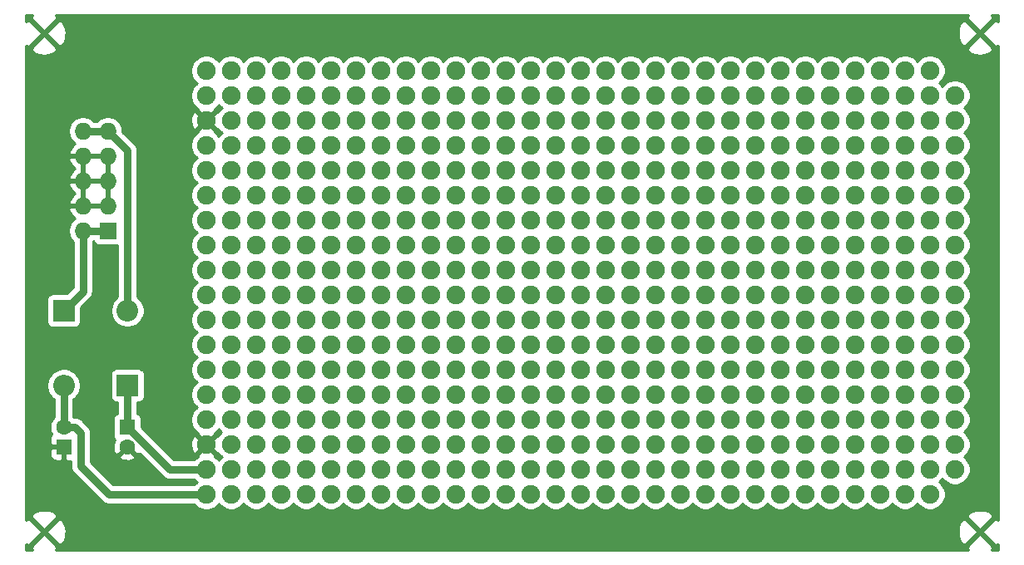
<source format=gbr>
G04 #@! TF.GenerationSoftware,KiCad,Pcbnew,5.1.6-c6e7f7d~87~ubuntu20.04.1*
G04 #@! TF.CreationDate,2020-10-18T20:32:00-04:00*
G04 #@! TF.ProjectId,kosmo_proto,6b6f736d-6f5f-4707-926f-746f2e6b6963,rev?*
G04 #@! TF.SameCoordinates,Original*
G04 #@! TF.FileFunction,Copper,L1,Top*
G04 #@! TF.FilePolarity,Positive*
%FSLAX46Y46*%
G04 Gerber Fmt 4.6, Leading zero omitted, Abs format (unit mm)*
G04 Created by KiCad (PCBNEW 5.1.6-c6e7f7d~87~ubuntu20.04.1) date 2020-10-18 20:32:00*
%MOMM*%
%LPD*%
G01*
G04 APERTURE LIST*
G04 #@! TA.AperFunction,ComponentPad*
%ADD10O,2.200000X2.200000*%
G04 #@! TD*
G04 #@! TA.AperFunction,ComponentPad*
%ADD11R,2.200000X2.200000*%
G04 #@! TD*
G04 #@! TA.AperFunction,ComponentPad*
%ADD12O,1.727200X1.727200*%
G04 #@! TD*
G04 #@! TA.AperFunction,ComponentPad*
%ADD13R,1.727200X1.727200*%
G04 #@! TD*
G04 #@! TA.AperFunction,ComponentPad*
%ADD14C,1.905000*%
G04 #@! TD*
G04 #@! TA.AperFunction,ComponentPad*
%ADD15C,1.600000*%
G04 #@! TD*
G04 #@! TA.AperFunction,ComponentPad*
%ADD16R,1.600000X1.600000*%
G04 #@! TD*
G04 #@! TA.AperFunction,Conductor*
%ADD17C,0.750000*%
G04 #@! TD*
G04 #@! TA.AperFunction,Conductor*
%ADD18C,0.254000*%
G04 #@! TD*
G04 APERTURE END LIST*
D10*
X56750000Y-84130000D03*
D11*
X56750000Y-91750000D03*
D10*
X50250000Y-91750000D03*
D11*
X50250000Y-84130000D03*
D12*
X52210000Y-65840000D03*
X54750000Y-65840000D03*
X52210000Y-68380000D03*
X54750000Y-68380000D03*
X52210000Y-70920000D03*
X54750000Y-70920000D03*
X52210000Y-73460000D03*
X54750000Y-73460000D03*
X52210000Y-76000000D03*
D13*
X54750000Y-76000000D03*
D14*
X74917300Y-59664600D03*
X69837300Y-97764600D03*
X74917300Y-102844600D03*
X74917300Y-100304600D03*
X72377300Y-102844600D03*
X74917300Y-97764600D03*
X79997300Y-102844600D03*
X77457300Y-62204600D03*
X67297300Y-97764600D03*
X79997300Y-82524600D03*
X77457300Y-90144600D03*
X77457300Y-74904600D03*
X74917300Y-72364600D03*
X77457300Y-87604600D03*
X79997300Y-92684600D03*
X74917300Y-74904600D03*
X79997300Y-79984600D03*
X74917300Y-79984600D03*
X74917300Y-82524600D03*
X77457300Y-67284600D03*
X77457300Y-69824600D03*
X77457300Y-82524600D03*
X74917300Y-77444600D03*
X80010000Y-95250000D03*
X77457300Y-77444600D03*
X79997300Y-90144600D03*
X77457300Y-85064600D03*
X74917300Y-67284600D03*
X79997300Y-77444600D03*
X74917300Y-92684600D03*
X79997300Y-74904600D03*
X77457300Y-92684600D03*
X77470000Y-95250000D03*
X74917300Y-85064600D03*
X77457300Y-79984600D03*
X79997300Y-87604600D03*
X74917300Y-69824600D03*
X79997300Y-69824600D03*
X74917300Y-87604600D03*
X74930000Y-95250000D03*
X72377300Y-62204600D03*
X67297300Y-59664600D03*
X79997300Y-59664600D03*
X67297300Y-102844600D03*
X72377300Y-100304600D03*
X67297300Y-64744600D03*
X67297300Y-100304600D03*
X69837300Y-102844600D03*
X79997300Y-64744600D03*
X77457300Y-97764600D03*
X77457300Y-59664600D03*
X69837300Y-100304600D03*
X69837300Y-64744600D03*
X69837300Y-69824600D03*
X64757300Y-67284600D03*
X79997300Y-85064600D03*
X79997300Y-67284600D03*
X74917300Y-90144600D03*
X77457300Y-72364600D03*
X79997300Y-72364600D03*
X72377300Y-82524600D03*
X72377300Y-92684600D03*
X72377300Y-79984600D03*
X72390000Y-95250000D03*
X72377300Y-90144600D03*
X72377300Y-77444600D03*
X72377300Y-74904600D03*
X72377300Y-87604600D03*
X72377300Y-69824600D03*
X72377300Y-85064600D03*
X72377300Y-67284600D03*
X72377300Y-72364600D03*
X69837300Y-90144600D03*
X69837300Y-74904600D03*
X69837300Y-87604600D03*
X69837300Y-67284600D03*
X69837300Y-82524600D03*
X69837300Y-77444600D03*
X69837300Y-85064600D03*
X69837300Y-92684600D03*
X69850000Y-95250000D03*
X69837300Y-79984600D03*
X69837300Y-72364600D03*
X67297300Y-72364600D03*
X67297300Y-74904600D03*
X67297300Y-79984600D03*
X67297300Y-82524600D03*
X67297300Y-77444600D03*
X67297300Y-67284600D03*
X67297300Y-92684600D03*
X67297300Y-85064600D03*
X67297300Y-69824600D03*
X67297300Y-87604600D03*
X67310000Y-95250000D03*
X67297300Y-90144600D03*
X64757300Y-69824600D03*
X64757300Y-72364600D03*
X64757300Y-74904600D03*
X64757300Y-77444600D03*
X64757300Y-79984600D03*
X64757300Y-82524600D03*
X64757300Y-85064600D03*
X64757300Y-87604600D03*
X64757300Y-90144600D03*
X64757300Y-92684600D03*
X64770000Y-59690000D03*
X64770000Y-102870000D03*
X64770000Y-64770000D03*
X64770000Y-97790000D03*
X64770000Y-62230000D03*
X64770000Y-100330000D03*
X64770000Y-95250000D03*
X69837300Y-62204600D03*
X77457300Y-102844600D03*
X74917300Y-62204600D03*
X79997300Y-97764600D03*
X79997300Y-100304600D03*
X72377300Y-59664600D03*
D15*
X56715000Y-98000000D03*
D16*
X56715000Y-96000000D03*
D14*
X77457300Y-64744600D03*
D15*
X50269000Y-96000000D03*
D16*
X50269000Y-98000000D03*
D14*
X67297300Y-62204600D03*
X79997300Y-62204600D03*
X74917300Y-64744600D03*
X69837300Y-59664600D03*
X72377300Y-64744600D03*
X72377300Y-97764600D03*
X77457300Y-100304600D03*
X110477300Y-102844600D03*
X125717300Y-102844600D03*
X138417300Y-102844600D03*
X128257300Y-102844600D03*
X133337300Y-102844600D03*
X85077300Y-102844600D03*
X92697300Y-102844600D03*
X97777300Y-102844600D03*
X100317300Y-102844600D03*
X102857300Y-102844600D03*
X95237300Y-102844600D03*
X118097300Y-102844600D03*
X113017300Y-102844600D03*
X115557300Y-102844600D03*
X130797300Y-102844600D03*
X105397300Y-102844600D03*
X123177300Y-102844600D03*
X82537300Y-102844600D03*
X90157300Y-102844600D03*
X87617300Y-102844600D03*
X135877300Y-102844600D03*
X120637300Y-102844600D03*
X107937300Y-102844600D03*
X110477300Y-100304600D03*
X125717300Y-100304600D03*
X138417300Y-100304600D03*
X128257300Y-100304600D03*
X133337300Y-100304600D03*
X140957300Y-100304600D03*
X85077300Y-100304600D03*
X92697300Y-100304600D03*
X97777300Y-100304600D03*
X100317300Y-100304600D03*
X102857300Y-100304600D03*
X95237300Y-100304600D03*
X118097300Y-100304600D03*
X113017300Y-100304600D03*
X115557300Y-100304600D03*
X130797300Y-100304600D03*
X105397300Y-100304600D03*
X123177300Y-100304600D03*
X82537300Y-100304600D03*
X90157300Y-100304600D03*
X87617300Y-100304600D03*
X135877300Y-100304600D03*
X120637300Y-100304600D03*
X107937300Y-100304600D03*
X110477300Y-97764600D03*
X125717300Y-97764600D03*
X138417300Y-97764600D03*
X128257300Y-97764600D03*
X133337300Y-97764600D03*
X140957300Y-97764600D03*
X85077300Y-97764600D03*
X92697300Y-97764600D03*
X97777300Y-97764600D03*
X100317300Y-97764600D03*
X102857300Y-97764600D03*
X95237300Y-97764600D03*
X118097300Y-97764600D03*
X113017300Y-97764600D03*
X115557300Y-97764600D03*
X130797300Y-97764600D03*
X105397300Y-97764600D03*
X123177300Y-97764600D03*
X82537300Y-97764600D03*
X90157300Y-97764600D03*
X87617300Y-97764600D03*
X135877300Y-97764600D03*
X120637300Y-97764600D03*
X107937300Y-97764600D03*
X110477300Y-59664600D03*
X125717300Y-59664600D03*
X138417300Y-59664600D03*
X128257300Y-59664600D03*
X133337300Y-59664600D03*
X85077300Y-59664600D03*
X92697300Y-59664600D03*
X97777300Y-59664600D03*
X100317300Y-59664600D03*
X102857300Y-59664600D03*
X95237300Y-59664600D03*
X118097300Y-59664600D03*
X113017300Y-59664600D03*
X115557300Y-59664600D03*
X130797300Y-59664600D03*
X105397300Y-59664600D03*
X123177300Y-59664600D03*
X82537300Y-59664600D03*
X90157300Y-59664600D03*
X87617300Y-59664600D03*
X135877300Y-59664600D03*
X120637300Y-59664600D03*
X107937300Y-59664600D03*
X110477300Y-62204600D03*
X125717300Y-62204600D03*
X138417300Y-62204600D03*
X128257300Y-62204600D03*
X133337300Y-62204600D03*
X140957300Y-62204600D03*
X85077300Y-62204600D03*
X92697300Y-62204600D03*
X97777300Y-62204600D03*
X100317300Y-62204600D03*
X102857300Y-62204600D03*
X95237300Y-62204600D03*
X118097300Y-62204600D03*
X113017300Y-62204600D03*
X115557300Y-62204600D03*
X130797300Y-62204600D03*
X105397300Y-62204600D03*
X123177300Y-62204600D03*
X82537300Y-62204600D03*
X90157300Y-62204600D03*
X87617300Y-62204600D03*
X135877300Y-62204600D03*
X120637300Y-62204600D03*
X107937300Y-62204600D03*
X110477300Y-64744600D03*
X125717300Y-64744600D03*
X138417300Y-64744600D03*
X128257300Y-64744600D03*
X133337300Y-64744600D03*
X140957300Y-64744600D03*
X85077300Y-64744600D03*
X92697300Y-64744600D03*
X97777300Y-64744600D03*
X100317300Y-64744600D03*
X102857300Y-64744600D03*
X95237300Y-64744600D03*
X118097300Y-64744600D03*
X113017300Y-64744600D03*
X115557300Y-64744600D03*
X130797300Y-64744600D03*
X105397300Y-64744600D03*
X123177300Y-64744600D03*
X82537300Y-64744600D03*
X90157300Y-64744600D03*
X87617300Y-64744600D03*
X135877300Y-64744600D03*
X120637300Y-64744600D03*
X107937300Y-64744600D03*
X140957300Y-82524600D03*
X140957300Y-79984600D03*
X140957300Y-87604600D03*
X140957300Y-92684600D03*
X140957300Y-90144600D03*
X140957300Y-95224600D03*
X140957300Y-85064600D03*
X140957300Y-67284600D03*
X140957300Y-77444600D03*
X140957300Y-69824600D03*
X140957300Y-72364600D03*
X140957300Y-74904600D03*
X110477300Y-82524600D03*
X130797300Y-74904600D03*
X107937300Y-90144600D03*
X130797300Y-77444600D03*
X120637300Y-90144600D03*
X120637300Y-72364600D03*
X128257300Y-72364600D03*
X133337300Y-85064600D03*
X125717300Y-69824600D03*
X107937300Y-74904600D03*
X105397300Y-72364600D03*
X135877300Y-77444600D03*
X107937300Y-87604600D03*
X135877300Y-72364600D03*
X138417300Y-87604600D03*
X118097300Y-90144600D03*
X138417300Y-77444600D03*
X125717300Y-82524600D03*
X110477300Y-92684600D03*
X105397300Y-74904600D03*
X133337300Y-72364600D03*
X135877300Y-82524600D03*
X128257300Y-82524600D03*
X123177300Y-87604600D03*
X115557300Y-77444600D03*
X113017300Y-79984600D03*
X135877300Y-67284600D03*
X118097300Y-92684600D03*
X123177300Y-79984600D03*
X138417300Y-79984600D03*
X125717300Y-90144600D03*
X123177300Y-67284600D03*
X125717300Y-79984600D03*
X118097300Y-87604600D03*
X118097300Y-74904600D03*
X133337300Y-79984600D03*
X130797300Y-90144600D03*
X113030000Y-95250000D03*
X120637300Y-69824600D03*
X133337300Y-82524600D03*
X115557300Y-79984600D03*
X113017300Y-67284600D03*
X133337300Y-69824600D03*
X128257300Y-87604600D03*
X125717300Y-85064600D03*
X110477300Y-79984600D03*
X115570000Y-95250000D03*
X113017300Y-90144600D03*
X115557300Y-82524600D03*
X105397300Y-79984600D03*
X138417300Y-67284600D03*
X105397300Y-82524600D03*
X130797300Y-85064600D03*
X123190000Y-95250000D03*
X118097300Y-82524600D03*
X107937300Y-67284600D03*
X123177300Y-77444600D03*
X125730000Y-95250000D03*
X138417300Y-85064600D03*
X113017300Y-87604600D03*
X130797300Y-79984600D03*
X135877300Y-90144600D03*
X115557300Y-90144600D03*
X118097300Y-79984600D03*
X123177300Y-90144600D03*
X138417300Y-72364600D03*
X113017300Y-92684600D03*
X118097300Y-67284600D03*
X138417300Y-74904600D03*
X107937300Y-69824600D03*
X107937300Y-82524600D03*
X128257300Y-79984600D03*
X125717300Y-74904600D03*
X105397300Y-77444600D03*
X120637300Y-92684600D03*
X110490000Y-95250000D03*
X133337300Y-90144600D03*
X130797300Y-69824600D03*
X107937300Y-77444600D03*
X133337300Y-92684600D03*
X113017300Y-74904600D03*
X123177300Y-82524600D03*
X123177300Y-72364600D03*
X130797300Y-82524600D03*
X130797300Y-72364600D03*
X138430000Y-95250000D03*
X110477300Y-90144600D03*
X130797300Y-87604600D03*
X130810000Y-95250000D03*
X113017300Y-69824600D03*
X115557300Y-69824600D03*
X107937300Y-85064600D03*
X133337300Y-74904600D03*
X105397300Y-67284600D03*
X110477300Y-77444600D03*
X138417300Y-82524600D03*
X125717300Y-87604600D03*
X105397300Y-92684600D03*
X113017300Y-72364600D03*
X138417300Y-90144600D03*
X110477300Y-74904600D03*
X107937300Y-92684600D03*
X128257300Y-90144600D03*
X115557300Y-74904600D03*
X125717300Y-72364600D03*
X113017300Y-77444600D03*
X138417300Y-69824600D03*
X120637300Y-74904600D03*
X107950000Y-95250000D03*
X105397300Y-85064600D03*
X128257300Y-77444600D03*
X135877300Y-69824600D03*
X123177300Y-85064600D03*
X118097300Y-85064600D03*
X128257300Y-85064600D03*
X113017300Y-82524600D03*
X107937300Y-79984600D03*
X123177300Y-69824600D03*
X128270000Y-95250000D03*
X110477300Y-87604600D03*
X133350000Y-95250000D03*
X105397300Y-69824600D03*
X110477300Y-69824600D03*
X115557300Y-72364600D03*
X115557300Y-92684600D03*
X135877300Y-74904600D03*
X115557300Y-87604600D03*
X123177300Y-92684600D03*
X128257300Y-67284600D03*
X105397300Y-87604600D03*
X128257300Y-69824600D03*
X130797300Y-67284600D03*
X118097300Y-72364600D03*
X115557300Y-85064600D03*
X120637300Y-77444600D03*
X125717300Y-92684600D03*
X125717300Y-77444600D03*
X118097300Y-69824600D03*
X135877300Y-92684600D03*
X118097300Y-77444600D03*
X105410000Y-95250000D03*
X120637300Y-82524600D03*
X110477300Y-85064600D03*
X135877300Y-85064600D03*
X120637300Y-79984600D03*
X128257300Y-92684600D03*
X110477300Y-67284600D03*
X118110000Y-95250000D03*
X123177300Y-74904600D03*
X125717300Y-67284600D03*
X133337300Y-87604600D03*
X120637300Y-85064600D03*
X130797300Y-92684600D03*
X105397300Y-90144600D03*
X120650000Y-95250000D03*
X113017300Y-85064600D03*
X135877300Y-79984600D03*
X133337300Y-67284600D03*
X135877300Y-87604600D03*
X133337300Y-77444600D03*
X138417300Y-92684600D03*
X120637300Y-67284600D03*
X107937300Y-72364600D03*
X120637300Y-87604600D03*
X128257300Y-74904600D03*
X135890000Y-95250000D03*
X115557300Y-67284600D03*
X110477300Y-72364600D03*
X100317300Y-74904600D03*
X100317300Y-77444600D03*
X97777300Y-72364600D03*
X102857300Y-85064600D03*
X95237300Y-69824600D03*
X95237300Y-82524600D03*
X102857300Y-72364600D03*
X97777300Y-82524600D03*
X95237300Y-90144600D03*
X95237300Y-79984600D03*
X102857300Y-79984600D03*
X100317300Y-90144600D03*
X102857300Y-82524600D03*
X102857300Y-69824600D03*
X97777300Y-87604600D03*
X95237300Y-85064600D03*
X100317300Y-85064600D03*
X95250000Y-95250000D03*
X100317300Y-79984600D03*
X97777300Y-79984600D03*
X95237300Y-74904600D03*
X102857300Y-90144600D03*
X100317300Y-69824600D03*
X102857300Y-92684600D03*
X100317300Y-82524600D03*
X100317300Y-72364600D03*
X100317300Y-87604600D03*
X100330000Y-95250000D03*
X102857300Y-74904600D03*
X95237300Y-87604600D03*
X97777300Y-90144600D03*
X95237300Y-72364600D03*
X97777300Y-77444600D03*
X97777300Y-85064600D03*
X97790000Y-95250000D03*
X102870000Y-95250000D03*
X97777300Y-67284600D03*
X97777300Y-69824600D03*
X100317300Y-67284600D03*
X95237300Y-92684600D03*
X95237300Y-77444600D03*
X97777300Y-92684600D03*
X95237300Y-67284600D03*
X102857300Y-87604600D03*
X100317300Y-92684600D03*
X102857300Y-67284600D03*
X102857300Y-77444600D03*
X97777300Y-74904600D03*
X90157300Y-90144600D03*
X90157300Y-72364600D03*
X87617300Y-90144600D03*
X92697300Y-87604600D03*
X85077300Y-77444600D03*
X87617300Y-92684600D03*
X92697300Y-79984600D03*
X92697300Y-67284600D03*
X87617300Y-87604600D03*
X87617300Y-74904600D03*
X90157300Y-69824600D03*
X85077300Y-79984600D03*
X85090000Y-95250000D03*
X85077300Y-82524600D03*
X92710000Y-95250000D03*
X87617300Y-82524600D03*
X92697300Y-77444600D03*
X85077300Y-90144600D03*
X87617300Y-79984600D03*
X92697300Y-90144600D03*
X87617300Y-67284600D03*
X90157300Y-92684600D03*
X92697300Y-82524600D03*
X92697300Y-72364600D03*
X85077300Y-69824600D03*
X85077300Y-74904600D03*
X90157300Y-74904600D03*
X92697300Y-85064600D03*
X87617300Y-85064600D03*
X92697300Y-69824600D03*
X85077300Y-72364600D03*
X85077300Y-92684600D03*
X85077300Y-87604600D03*
X92697300Y-92684600D03*
X87617300Y-72364600D03*
X85077300Y-85064600D03*
X90157300Y-77444600D03*
X87617300Y-69824600D03*
X87617300Y-77444600D03*
X90157300Y-82524600D03*
X90157300Y-79984600D03*
X87630000Y-95250000D03*
X92697300Y-74904600D03*
X90157300Y-85064600D03*
X90170000Y-95250000D03*
X90157300Y-67284600D03*
X90157300Y-87604600D03*
X85077300Y-67284600D03*
X82537300Y-79984600D03*
X82550000Y-95250000D03*
X82537300Y-67284600D03*
X82537300Y-90144600D03*
X82537300Y-87604600D03*
X82537300Y-92684600D03*
X82537300Y-74904600D03*
X82537300Y-69824600D03*
X82537300Y-72364600D03*
X82537300Y-77444600D03*
X82537300Y-82524600D03*
X82537300Y-85064600D03*
D17*
X61045000Y-100330000D02*
X56715000Y-96000000D01*
X64770000Y-100330000D02*
X61045000Y-100330000D01*
X56715000Y-91785000D02*
X56750000Y-91750000D01*
X56715000Y-96000000D02*
X56715000Y-91785000D01*
X50250000Y-95981000D02*
X50269000Y-96000000D01*
X50250000Y-91750000D02*
X50250000Y-95981000D01*
X52000000Y-96599630D02*
X51400370Y-96000000D01*
X52000000Y-100000000D02*
X52000000Y-96599630D01*
X54870000Y-102870000D02*
X52000000Y-100000000D01*
X51400370Y-96000000D02*
X50269000Y-96000000D01*
X64770000Y-102870000D02*
X54870000Y-102870000D01*
X52210000Y-65840000D02*
X54750000Y-65840000D01*
X56715000Y-84095000D02*
X56750000Y-84130000D01*
X56715000Y-67812500D02*
X56715000Y-84095000D01*
X54750000Y-65847500D02*
X56715000Y-67812500D01*
X54750000Y-65840000D02*
X54750000Y-65847500D01*
X52210000Y-82170000D02*
X50250000Y-84130000D01*
X52210000Y-76000000D02*
X52210000Y-82170000D01*
X54785000Y-76390000D02*
X54750000Y-76355000D01*
X54750000Y-76000000D02*
X52210000Y-76000000D01*
D18*
G36*
X46876761Y-54317155D02*
G01*
X48260000Y-55700395D01*
X49643239Y-54317155D01*
X49479656Y-54000000D01*
X142290344Y-54000000D01*
X142126761Y-54317155D01*
X143510000Y-55700395D01*
X144893239Y-54317155D01*
X144729656Y-54000000D01*
X145390000Y-54000000D01*
X145390000Y-54660344D01*
X145072845Y-54496761D01*
X143689605Y-55880000D01*
X145072845Y-57263239D01*
X145390000Y-57099656D01*
X145390001Y-105460345D01*
X145072845Y-105296761D01*
X143689605Y-106680000D01*
X145072845Y-108063239D01*
X145390001Y-107899655D01*
X145390001Y-108560000D01*
X144729656Y-108560000D01*
X144893239Y-108242845D01*
X143510000Y-106859605D01*
X142126761Y-108242845D01*
X142290344Y-108560000D01*
X49479656Y-108560000D01*
X49643239Y-108242845D01*
X48260000Y-106859605D01*
X46876761Y-108242845D01*
X47040344Y-108560000D01*
X46380000Y-108560000D01*
X46380000Y-107899656D01*
X46697155Y-108063239D01*
X48080395Y-106680000D01*
X48439605Y-106680000D01*
X49822845Y-108063239D01*
X50148643Y-107895198D01*
X50349426Y-107503393D01*
X50469914Y-107079945D01*
X50499175Y-106718873D01*
X141264524Y-106718873D01*
X141315254Y-107156197D01*
X141450326Y-107575221D01*
X141621357Y-107895198D01*
X141947155Y-108063239D01*
X143330395Y-106680000D01*
X141947155Y-105296761D01*
X141621357Y-105464802D01*
X141420574Y-105856607D01*
X141300086Y-106280055D01*
X141264524Y-106718873D01*
X50499175Y-106718873D01*
X50505476Y-106641127D01*
X50454746Y-106203803D01*
X50319674Y-105784779D01*
X50148643Y-105464802D01*
X49822845Y-105296761D01*
X48439605Y-106680000D01*
X48080395Y-106680000D01*
X46697155Y-105296761D01*
X46380000Y-105460344D01*
X46380000Y-105117155D01*
X46876761Y-105117155D01*
X48260000Y-106500395D01*
X49643239Y-105117155D01*
X142126761Y-105117155D01*
X143510000Y-106500395D01*
X144893239Y-105117155D01*
X144725198Y-104791357D01*
X144333393Y-104590574D01*
X143909945Y-104470086D01*
X143471127Y-104434524D01*
X143033803Y-104485254D01*
X142614779Y-104620326D01*
X142294802Y-104791357D01*
X142126761Y-105117155D01*
X49643239Y-105117155D01*
X49475198Y-104791357D01*
X49083393Y-104590574D01*
X48659945Y-104470086D01*
X48221127Y-104434524D01*
X47783803Y-104485254D01*
X47364779Y-104620326D01*
X47044802Y-104791357D01*
X46876761Y-105117155D01*
X46380000Y-105117155D01*
X46380000Y-98800000D01*
X48830928Y-98800000D01*
X48843188Y-98924482D01*
X48879498Y-99044180D01*
X48938463Y-99154494D01*
X49017815Y-99251185D01*
X49114506Y-99330537D01*
X49224820Y-99389502D01*
X49344518Y-99425812D01*
X49469000Y-99438072D01*
X49983250Y-99435000D01*
X50142000Y-99276250D01*
X50142000Y-98127000D01*
X48992750Y-98127000D01*
X48834000Y-98285750D01*
X48830928Y-98800000D01*
X46380000Y-98800000D01*
X46380000Y-91579117D01*
X48515000Y-91579117D01*
X48515000Y-91920883D01*
X48581675Y-92256081D01*
X48712463Y-92571831D01*
X48902337Y-92855998D01*
X49144002Y-93097663D01*
X49240000Y-93161807D01*
X49240001Y-94999603D01*
X49154363Y-95085241D01*
X48997320Y-95320273D01*
X48889147Y-95581426D01*
X48834000Y-95858665D01*
X48834000Y-96141335D01*
X48889147Y-96418574D01*
X48997320Y-96679727D01*
X49034393Y-96735210D01*
X49017815Y-96748815D01*
X48938463Y-96845506D01*
X48879498Y-96955820D01*
X48843188Y-97075518D01*
X48830928Y-97200000D01*
X48834000Y-97714250D01*
X48992750Y-97873000D01*
X50142000Y-97873000D01*
X50142000Y-97853000D01*
X50396000Y-97853000D01*
X50396000Y-97873000D01*
X50416000Y-97873000D01*
X50416000Y-98127000D01*
X50396000Y-98127000D01*
X50396000Y-99276250D01*
X50554750Y-99435000D01*
X50990000Y-99437600D01*
X50990000Y-99950392D01*
X50985114Y-100000000D01*
X50990000Y-100049607D01*
X51004615Y-100197993D01*
X51062368Y-100388379D01*
X51156153Y-100563840D01*
X51282367Y-100717633D01*
X51320906Y-100749261D01*
X54120744Y-103549100D01*
X54152367Y-103587633D01*
X54306160Y-103713847D01*
X54481620Y-103807632D01*
X54672005Y-103865385D01*
X54870000Y-103884886D01*
X54919608Y-103880000D01*
X63535590Y-103880000D01*
X63536908Y-103881972D01*
X63758028Y-104103092D01*
X64018037Y-104276824D01*
X64306943Y-104396493D01*
X64613645Y-104457500D01*
X64926355Y-104457500D01*
X65233057Y-104396493D01*
X65521963Y-104276824D01*
X65781972Y-104103092D01*
X66003092Y-103881972D01*
X66042136Y-103823539D01*
X66064208Y-103856572D01*
X66285328Y-104077692D01*
X66545337Y-104251424D01*
X66834243Y-104371093D01*
X67140945Y-104432100D01*
X67453655Y-104432100D01*
X67760357Y-104371093D01*
X68049263Y-104251424D01*
X68309272Y-104077692D01*
X68530392Y-103856572D01*
X68567300Y-103801335D01*
X68604208Y-103856572D01*
X68825328Y-104077692D01*
X69085337Y-104251424D01*
X69374243Y-104371093D01*
X69680945Y-104432100D01*
X69993655Y-104432100D01*
X70300357Y-104371093D01*
X70589263Y-104251424D01*
X70849272Y-104077692D01*
X71070392Y-103856572D01*
X71107300Y-103801335D01*
X71144208Y-103856572D01*
X71365328Y-104077692D01*
X71625337Y-104251424D01*
X71914243Y-104371093D01*
X72220945Y-104432100D01*
X72533655Y-104432100D01*
X72840357Y-104371093D01*
X73129263Y-104251424D01*
X73389272Y-104077692D01*
X73610392Y-103856572D01*
X73647300Y-103801335D01*
X73684208Y-103856572D01*
X73905328Y-104077692D01*
X74165337Y-104251424D01*
X74454243Y-104371093D01*
X74760945Y-104432100D01*
X75073655Y-104432100D01*
X75380357Y-104371093D01*
X75669263Y-104251424D01*
X75929272Y-104077692D01*
X76150392Y-103856572D01*
X76187300Y-103801335D01*
X76224208Y-103856572D01*
X76445328Y-104077692D01*
X76705337Y-104251424D01*
X76994243Y-104371093D01*
X77300945Y-104432100D01*
X77613655Y-104432100D01*
X77920357Y-104371093D01*
X78209263Y-104251424D01*
X78469272Y-104077692D01*
X78690392Y-103856572D01*
X78727300Y-103801335D01*
X78764208Y-103856572D01*
X78985328Y-104077692D01*
X79245337Y-104251424D01*
X79534243Y-104371093D01*
X79840945Y-104432100D01*
X80153655Y-104432100D01*
X80460357Y-104371093D01*
X80749263Y-104251424D01*
X81009272Y-104077692D01*
X81230392Y-103856572D01*
X81267300Y-103801335D01*
X81304208Y-103856572D01*
X81525328Y-104077692D01*
X81785337Y-104251424D01*
X82074243Y-104371093D01*
X82380945Y-104432100D01*
X82693655Y-104432100D01*
X83000357Y-104371093D01*
X83289263Y-104251424D01*
X83549272Y-104077692D01*
X83770392Y-103856572D01*
X83807300Y-103801335D01*
X83844208Y-103856572D01*
X84065328Y-104077692D01*
X84325337Y-104251424D01*
X84614243Y-104371093D01*
X84920945Y-104432100D01*
X85233655Y-104432100D01*
X85540357Y-104371093D01*
X85829263Y-104251424D01*
X86089272Y-104077692D01*
X86310392Y-103856572D01*
X86347300Y-103801335D01*
X86384208Y-103856572D01*
X86605328Y-104077692D01*
X86865337Y-104251424D01*
X87154243Y-104371093D01*
X87460945Y-104432100D01*
X87773655Y-104432100D01*
X88080357Y-104371093D01*
X88369263Y-104251424D01*
X88629272Y-104077692D01*
X88850392Y-103856572D01*
X88887300Y-103801335D01*
X88924208Y-103856572D01*
X89145328Y-104077692D01*
X89405337Y-104251424D01*
X89694243Y-104371093D01*
X90000945Y-104432100D01*
X90313655Y-104432100D01*
X90620357Y-104371093D01*
X90909263Y-104251424D01*
X91169272Y-104077692D01*
X91390392Y-103856572D01*
X91427300Y-103801335D01*
X91464208Y-103856572D01*
X91685328Y-104077692D01*
X91945337Y-104251424D01*
X92234243Y-104371093D01*
X92540945Y-104432100D01*
X92853655Y-104432100D01*
X93160357Y-104371093D01*
X93449263Y-104251424D01*
X93709272Y-104077692D01*
X93930392Y-103856572D01*
X93967300Y-103801335D01*
X94004208Y-103856572D01*
X94225328Y-104077692D01*
X94485337Y-104251424D01*
X94774243Y-104371093D01*
X95080945Y-104432100D01*
X95393655Y-104432100D01*
X95700357Y-104371093D01*
X95989263Y-104251424D01*
X96249272Y-104077692D01*
X96470392Y-103856572D01*
X96507300Y-103801335D01*
X96544208Y-103856572D01*
X96765328Y-104077692D01*
X97025337Y-104251424D01*
X97314243Y-104371093D01*
X97620945Y-104432100D01*
X97933655Y-104432100D01*
X98240357Y-104371093D01*
X98529263Y-104251424D01*
X98789272Y-104077692D01*
X99010392Y-103856572D01*
X99047300Y-103801335D01*
X99084208Y-103856572D01*
X99305328Y-104077692D01*
X99565337Y-104251424D01*
X99854243Y-104371093D01*
X100160945Y-104432100D01*
X100473655Y-104432100D01*
X100780357Y-104371093D01*
X101069263Y-104251424D01*
X101329272Y-104077692D01*
X101550392Y-103856572D01*
X101587300Y-103801335D01*
X101624208Y-103856572D01*
X101845328Y-104077692D01*
X102105337Y-104251424D01*
X102394243Y-104371093D01*
X102700945Y-104432100D01*
X103013655Y-104432100D01*
X103320357Y-104371093D01*
X103609263Y-104251424D01*
X103869272Y-104077692D01*
X104090392Y-103856572D01*
X104127300Y-103801335D01*
X104164208Y-103856572D01*
X104385328Y-104077692D01*
X104645337Y-104251424D01*
X104934243Y-104371093D01*
X105240945Y-104432100D01*
X105553655Y-104432100D01*
X105860357Y-104371093D01*
X106149263Y-104251424D01*
X106409272Y-104077692D01*
X106630392Y-103856572D01*
X106667300Y-103801335D01*
X106704208Y-103856572D01*
X106925328Y-104077692D01*
X107185337Y-104251424D01*
X107474243Y-104371093D01*
X107780945Y-104432100D01*
X108093655Y-104432100D01*
X108400357Y-104371093D01*
X108689263Y-104251424D01*
X108949272Y-104077692D01*
X109170392Y-103856572D01*
X109207300Y-103801335D01*
X109244208Y-103856572D01*
X109465328Y-104077692D01*
X109725337Y-104251424D01*
X110014243Y-104371093D01*
X110320945Y-104432100D01*
X110633655Y-104432100D01*
X110940357Y-104371093D01*
X111229263Y-104251424D01*
X111489272Y-104077692D01*
X111710392Y-103856572D01*
X111747300Y-103801335D01*
X111784208Y-103856572D01*
X112005328Y-104077692D01*
X112265337Y-104251424D01*
X112554243Y-104371093D01*
X112860945Y-104432100D01*
X113173655Y-104432100D01*
X113480357Y-104371093D01*
X113769263Y-104251424D01*
X114029272Y-104077692D01*
X114250392Y-103856572D01*
X114287300Y-103801335D01*
X114324208Y-103856572D01*
X114545328Y-104077692D01*
X114805337Y-104251424D01*
X115094243Y-104371093D01*
X115400945Y-104432100D01*
X115713655Y-104432100D01*
X116020357Y-104371093D01*
X116309263Y-104251424D01*
X116569272Y-104077692D01*
X116790392Y-103856572D01*
X116827300Y-103801335D01*
X116864208Y-103856572D01*
X117085328Y-104077692D01*
X117345337Y-104251424D01*
X117634243Y-104371093D01*
X117940945Y-104432100D01*
X118253655Y-104432100D01*
X118560357Y-104371093D01*
X118849263Y-104251424D01*
X119109272Y-104077692D01*
X119330392Y-103856572D01*
X119367300Y-103801335D01*
X119404208Y-103856572D01*
X119625328Y-104077692D01*
X119885337Y-104251424D01*
X120174243Y-104371093D01*
X120480945Y-104432100D01*
X120793655Y-104432100D01*
X121100357Y-104371093D01*
X121389263Y-104251424D01*
X121649272Y-104077692D01*
X121870392Y-103856572D01*
X121907300Y-103801335D01*
X121944208Y-103856572D01*
X122165328Y-104077692D01*
X122425337Y-104251424D01*
X122714243Y-104371093D01*
X123020945Y-104432100D01*
X123333655Y-104432100D01*
X123640357Y-104371093D01*
X123929263Y-104251424D01*
X124189272Y-104077692D01*
X124410392Y-103856572D01*
X124447300Y-103801335D01*
X124484208Y-103856572D01*
X124705328Y-104077692D01*
X124965337Y-104251424D01*
X125254243Y-104371093D01*
X125560945Y-104432100D01*
X125873655Y-104432100D01*
X126180357Y-104371093D01*
X126469263Y-104251424D01*
X126729272Y-104077692D01*
X126950392Y-103856572D01*
X126987300Y-103801335D01*
X127024208Y-103856572D01*
X127245328Y-104077692D01*
X127505337Y-104251424D01*
X127794243Y-104371093D01*
X128100945Y-104432100D01*
X128413655Y-104432100D01*
X128720357Y-104371093D01*
X129009263Y-104251424D01*
X129269272Y-104077692D01*
X129490392Y-103856572D01*
X129527300Y-103801335D01*
X129564208Y-103856572D01*
X129785328Y-104077692D01*
X130045337Y-104251424D01*
X130334243Y-104371093D01*
X130640945Y-104432100D01*
X130953655Y-104432100D01*
X131260357Y-104371093D01*
X131549263Y-104251424D01*
X131809272Y-104077692D01*
X132030392Y-103856572D01*
X132067300Y-103801335D01*
X132104208Y-103856572D01*
X132325328Y-104077692D01*
X132585337Y-104251424D01*
X132874243Y-104371093D01*
X133180945Y-104432100D01*
X133493655Y-104432100D01*
X133800357Y-104371093D01*
X134089263Y-104251424D01*
X134349272Y-104077692D01*
X134570392Y-103856572D01*
X134607300Y-103801335D01*
X134644208Y-103856572D01*
X134865328Y-104077692D01*
X135125337Y-104251424D01*
X135414243Y-104371093D01*
X135720945Y-104432100D01*
X136033655Y-104432100D01*
X136340357Y-104371093D01*
X136629263Y-104251424D01*
X136889272Y-104077692D01*
X137110392Y-103856572D01*
X137147300Y-103801335D01*
X137184208Y-103856572D01*
X137405328Y-104077692D01*
X137665337Y-104251424D01*
X137954243Y-104371093D01*
X138260945Y-104432100D01*
X138573655Y-104432100D01*
X138880357Y-104371093D01*
X139169263Y-104251424D01*
X139429272Y-104077692D01*
X139650392Y-103856572D01*
X139824124Y-103596563D01*
X139943793Y-103307657D01*
X140004800Y-103000955D01*
X140004800Y-102688245D01*
X139943793Y-102381543D01*
X139824124Y-102092637D01*
X139650392Y-101832628D01*
X139429272Y-101611508D01*
X139374035Y-101574600D01*
X139429272Y-101537692D01*
X139650392Y-101316572D01*
X139687300Y-101261335D01*
X139724208Y-101316572D01*
X139945328Y-101537692D01*
X140205337Y-101711424D01*
X140494243Y-101831093D01*
X140800945Y-101892100D01*
X141113655Y-101892100D01*
X141420357Y-101831093D01*
X141709263Y-101711424D01*
X141969272Y-101537692D01*
X142190392Y-101316572D01*
X142364124Y-101056563D01*
X142483793Y-100767657D01*
X142544800Y-100460955D01*
X142544800Y-100148245D01*
X142483793Y-99841543D01*
X142364124Y-99552637D01*
X142190392Y-99292628D01*
X141969272Y-99071508D01*
X141914035Y-99034600D01*
X141969272Y-98997692D01*
X142190392Y-98776572D01*
X142364124Y-98516563D01*
X142483793Y-98227657D01*
X142544800Y-97920955D01*
X142544800Y-97608245D01*
X142483793Y-97301543D01*
X142364124Y-97012637D01*
X142190392Y-96752628D01*
X141969272Y-96531508D01*
X141914035Y-96494600D01*
X141969272Y-96457692D01*
X142190392Y-96236572D01*
X142364124Y-95976563D01*
X142483793Y-95687657D01*
X142544800Y-95380955D01*
X142544800Y-95068245D01*
X142483793Y-94761543D01*
X142364124Y-94472637D01*
X142190392Y-94212628D01*
X141969272Y-93991508D01*
X141914035Y-93954600D01*
X141969272Y-93917692D01*
X142190392Y-93696572D01*
X142364124Y-93436563D01*
X142483793Y-93147657D01*
X142544800Y-92840955D01*
X142544800Y-92528245D01*
X142483793Y-92221543D01*
X142364124Y-91932637D01*
X142190392Y-91672628D01*
X141969272Y-91451508D01*
X141914035Y-91414600D01*
X141969272Y-91377692D01*
X142190392Y-91156572D01*
X142364124Y-90896563D01*
X142483793Y-90607657D01*
X142544800Y-90300955D01*
X142544800Y-89988245D01*
X142483793Y-89681543D01*
X142364124Y-89392637D01*
X142190392Y-89132628D01*
X141969272Y-88911508D01*
X141914035Y-88874600D01*
X141969272Y-88837692D01*
X142190392Y-88616572D01*
X142364124Y-88356563D01*
X142483793Y-88067657D01*
X142544800Y-87760955D01*
X142544800Y-87448245D01*
X142483793Y-87141543D01*
X142364124Y-86852637D01*
X142190392Y-86592628D01*
X141969272Y-86371508D01*
X141914035Y-86334600D01*
X141969272Y-86297692D01*
X142190392Y-86076572D01*
X142364124Y-85816563D01*
X142483793Y-85527657D01*
X142544800Y-85220955D01*
X142544800Y-84908245D01*
X142483793Y-84601543D01*
X142364124Y-84312637D01*
X142190392Y-84052628D01*
X141969272Y-83831508D01*
X141914035Y-83794600D01*
X141969272Y-83757692D01*
X142190392Y-83536572D01*
X142364124Y-83276563D01*
X142483793Y-82987657D01*
X142544800Y-82680955D01*
X142544800Y-82368245D01*
X142483793Y-82061543D01*
X142364124Y-81772637D01*
X142190392Y-81512628D01*
X141969272Y-81291508D01*
X141914035Y-81254600D01*
X141969272Y-81217692D01*
X142190392Y-80996572D01*
X142364124Y-80736563D01*
X142483793Y-80447657D01*
X142544800Y-80140955D01*
X142544800Y-79828245D01*
X142483793Y-79521543D01*
X142364124Y-79232637D01*
X142190392Y-78972628D01*
X141969272Y-78751508D01*
X141914035Y-78714600D01*
X141969272Y-78677692D01*
X142190392Y-78456572D01*
X142364124Y-78196563D01*
X142483793Y-77907657D01*
X142544800Y-77600955D01*
X142544800Y-77288245D01*
X142483793Y-76981543D01*
X142364124Y-76692637D01*
X142190392Y-76432628D01*
X141969272Y-76211508D01*
X141914035Y-76174600D01*
X141969272Y-76137692D01*
X142190392Y-75916572D01*
X142364124Y-75656563D01*
X142483793Y-75367657D01*
X142544800Y-75060955D01*
X142544800Y-74748245D01*
X142483793Y-74441543D01*
X142364124Y-74152637D01*
X142190392Y-73892628D01*
X141969272Y-73671508D01*
X141914035Y-73634600D01*
X141969272Y-73597692D01*
X142190392Y-73376572D01*
X142364124Y-73116563D01*
X142483793Y-72827657D01*
X142544800Y-72520955D01*
X142544800Y-72208245D01*
X142483793Y-71901543D01*
X142364124Y-71612637D01*
X142190392Y-71352628D01*
X141969272Y-71131508D01*
X141914035Y-71094600D01*
X141969272Y-71057692D01*
X142190392Y-70836572D01*
X142364124Y-70576563D01*
X142483793Y-70287657D01*
X142544800Y-69980955D01*
X142544800Y-69668245D01*
X142483793Y-69361543D01*
X142364124Y-69072637D01*
X142190392Y-68812628D01*
X141969272Y-68591508D01*
X141914035Y-68554600D01*
X141969272Y-68517692D01*
X142190392Y-68296572D01*
X142364124Y-68036563D01*
X142483793Y-67747657D01*
X142544800Y-67440955D01*
X142544800Y-67128245D01*
X142483793Y-66821543D01*
X142364124Y-66532637D01*
X142190392Y-66272628D01*
X141969272Y-66051508D01*
X141914035Y-66014600D01*
X141969272Y-65977692D01*
X142190392Y-65756572D01*
X142364124Y-65496563D01*
X142483793Y-65207657D01*
X142544800Y-64900955D01*
X142544800Y-64588245D01*
X142483793Y-64281543D01*
X142364124Y-63992637D01*
X142190392Y-63732628D01*
X141969272Y-63511508D01*
X141914035Y-63474600D01*
X141969272Y-63437692D01*
X142190392Y-63216572D01*
X142364124Y-62956563D01*
X142483793Y-62667657D01*
X142544800Y-62360955D01*
X142544800Y-62048245D01*
X142483793Y-61741543D01*
X142364124Y-61452637D01*
X142190392Y-61192628D01*
X141969272Y-60971508D01*
X141709263Y-60797776D01*
X141420357Y-60678107D01*
X141113655Y-60617100D01*
X140800945Y-60617100D01*
X140494243Y-60678107D01*
X140205337Y-60797776D01*
X139945328Y-60971508D01*
X139724208Y-61192628D01*
X139687300Y-61247865D01*
X139650392Y-61192628D01*
X139429272Y-60971508D01*
X139374035Y-60934600D01*
X139429272Y-60897692D01*
X139650392Y-60676572D01*
X139824124Y-60416563D01*
X139943793Y-60127657D01*
X140004800Y-59820955D01*
X140004800Y-59508245D01*
X139943793Y-59201543D01*
X139824124Y-58912637D01*
X139650392Y-58652628D01*
X139429272Y-58431508D01*
X139169263Y-58257776D01*
X138880357Y-58138107D01*
X138573655Y-58077100D01*
X138260945Y-58077100D01*
X137954243Y-58138107D01*
X137665337Y-58257776D01*
X137405328Y-58431508D01*
X137184208Y-58652628D01*
X137147300Y-58707865D01*
X137110392Y-58652628D01*
X136889272Y-58431508D01*
X136629263Y-58257776D01*
X136340357Y-58138107D01*
X136033655Y-58077100D01*
X135720945Y-58077100D01*
X135414243Y-58138107D01*
X135125337Y-58257776D01*
X134865328Y-58431508D01*
X134644208Y-58652628D01*
X134607300Y-58707865D01*
X134570392Y-58652628D01*
X134349272Y-58431508D01*
X134089263Y-58257776D01*
X133800357Y-58138107D01*
X133493655Y-58077100D01*
X133180945Y-58077100D01*
X132874243Y-58138107D01*
X132585337Y-58257776D01*
X132325328Y-58431508D01*
X132104208Y-58652628D01*
X132067300Y-58707865D01*
X132030392Y-58652628D01*
X131809272Y-58431508D01*
X131549263Y-58257776D01*
X131260357Y-58138107D01*
X130953655Y-58077100D01*
X130640945Y-58077100D01*
X130334243Y-58138107D01*
X130045337Y-58257776D01*
X129785328Y-58431508D01*
X129564208Y-58652628D01*
X129527300Y-58707865D01*
X129490392Y-58652628D01*
X129269272Y-58431508D01*
X129009263Y-58257776D01*
X128720357Y-58138107D01*
X128413655Y-58077100D01*
X128100945Y-58077100D01*
X127794243Y-58138107D01*
X127505337Y-58257776D01*
X127245328Y-58431508D01*
X127024208Y-58652628D01*
X126987300Y-58707865D01*
X126950392Y-58652628D01*
X126729272Y-58431508D01*
X126469263Y-58257776D01*
X126180357Y-58138107D01*
X125873655Y-58077100D01*
X125560945Y-58077100D01*
X125254243Y-58138107D01*
X124965337Y-58257776D01*
X124705328Y-58431508D01*
X124484208Y-58652628D01*
X124447300Y-58707865D01*
X124410392Y-58652628D01*
X124189272Y-58431508D01*
X123929263Y-58257776D01*
X123640357Y-58138107D01*
X123333655Y-58077100D01*
X123020945Y-58077100D01*
X122714243Y-58138107D01*
X122425337Y-58257776D01*
X122165328Y-58431508D01*
X121944208Y-58652628D01*
X121907300Y-58707865D01*
X121870392Y-58652628D01*
X121649272Y-58431508D01*
X121389263Y-58257776D01*
X121100357Y-58138107D01*
X120793655Y-58077100D01*
X120480945Y-58077100D01*
X120174243Y-58138107D01*
X119885337Y-58257776D01*
X119625328Y-58431508D01*
X119404208Y-58652628D01*
X119367300Y-58707865D01*
X119330392Y-58652628D01*
X119109272Y-58431508D01*
X118849263Y-58257776D01*
X118560357Y-58138107D01*
X118253655Y-58077100D01*
X117940945Y-58077100D01*
X117634243Y-58138107D01*
X117345337Y-58257776D01*
X117085328Y-58431508D01*
X116864208Y-58652628D01*
X116827300Y-58707865D01*
X116790392Y-58652628D01*
X116569272Y-58431508D01*
X116309263Y-58257776D01*
X116020357Y-58138107D01*
X115713655Y-58077100D01*
X115400945Y-58077100D01*
X115094243Y-58138107D01*
X114805337Y-58257776D01*
X114545328Y-58431508D01*
X114324208Y-58652628D01*
X114287300Y-58707865D01*
X114250392Y-58652628D01*
X114029272Y-58431508D01*
X113769263Y-58257776D01*
X113480357Y-58138107D01*
X113173655Y-58077100D01*
X112860945Y-58077100D01*
X112554243Y-58138107D01*
X112265337Y-58257776D01*
X112005328Y-58431508D01*
X111784208Y-58652628D01*
X111747300Y-58707865D01*
X111710392Y-58652628D01*
X111489272Y-58431508D01*
X111229263Y-58257776D01*
X110940357Y-58138107D01*
X110633655Y-58077100D01*
X110320945Y-58077100D01*
X110014243Y-58138107D01*
X109725337Y-58257776D01*
X109465328Y-58431508D01*
X109244208Y-58652628D01*
X109207300Y-58707865D01*
X109170392Y-58652628D01*
X108949272Y-58431508D01*
X108689263Y-58257776D01*
X108400357Y-58138107D01*
X108093655Y-58077100D01*
X107780945Y-58077100D01*
X107474243Y-58138107D01*
X107185337Y-58257776D01*
X106925328Y-58431508D01*
X106704208Y-58652628D01*
X106667300Y-58707865D01*
X106630392Y-58652628D01*
X106409272Y-58431508D01*
X106149263Y-58257776D01*
X105860357Y-58138107D01*
X105553655Y-58077100D01*
X105240945Y-58077100D01*
X104934243Y-58138107D01*
X104645337Y-58257776D01*
X104385328Y-58431508D01*
X104164208Y-58652628D01*
X104127300Y-58707865D01*
X104090392Y-58652628D01*
X103869272Y-58431508D01*
X103609263Y-58257776D01*
X103320357Y-58138107D01*
X103013655Y-58077100D01*
X102700945Y-58077100D01*
X102394243Y-58138107D01*
X102105337Y-58257776D01*
X101845328Y-58431508D01*
X101624208Y-58652628D01*
X101587300Y-58707865D01*
X101550392Y-58652628D01*
X101329272Y-58431508D01*
X101069263Y-58257776D01*
X100780357Y-58138107D01*
X100473655Y-58077100D01*
X100160945Y-58077100D01*
X99854243Y-58138107D01*
X99565337Y-58257776D01*
X99305328Y-58431508D01*
X99084208Y-58652628D01*
X99047300Y-58707865D01*
X99010392Y-58652628D01*
X98789272Y-58431508D01*
X98529263Y-58257776D01*
X98240357Y-58138107D01*
X97933655Y-58077100D01*
X97620945Y-58077100D01*
X97314243Y-58138107D01*
X97025337Y-58257776D01*
X96765328Y-58431508D01*
X96544208Y-58652628D01*
X96507300Y-58707865D01*
X96470392Y-58652628D01*
X96249272Y-58431508D01*
X95989263Y-58257776D01*
X95700357Y-58138107D01*
X95393655Y-58077100D01*
X95080945Y-58077100D01*
X94774243Y-58138107D01*
X94485337Y-58257776D01*
X94225328Y-58431508D01*
X94004208Y-58652628D01*
X93967300Y-58707865D01*
X93930392Y-58652628D01*
X93709272Y-58431508D01*
X93449263Y-58257776D01*
X93160357Y-58138107D01*
X92853655Y-58077100D01*
X92540945Y-58077100D01*
X92234243Y-58138107D01*
X91945337Y-58257776D01*
X91685328Y-58431508D01*
X91464208Y-58652628D01*
X91427300Y-58707865D01*
X91390392Y-58652628D01*
X91169272Y-58431508D01*
X90909263Y-58257776D01*
X90620357Y-58138107D01*
X90313655Y-58077100D01*
X90000945Y-58077100D01*
X89694243Y-58138107D01*
X89405337Y-58257776D01*
X89145328Y-58431508D01*
X88924208Y-58652628D01*
X88887300Y-58707865D01*
X88850392Y-58652628D01*
X88629272Y-58431508D01*
X88369263Y-58257776D01*
X88080357Y-58138107D01*
X87773655Y-58077100D01*
X87460945Y-58077100D01*
X87154243Y-58138107D01*
X86865337Y-58257776D01*
X86605328Y-58431508D01*
X86384208Y-58652628D01*
X86347300Y-58707865D01*
X86310392Y-58652628D01*
X86089272Y-58431508D01*
X85829263Y-58257776D01*
X85540357Y-58138107D01*
X85233655Y-58077100D01*
X84920945Y-58077100D01*
X84614243Y-58138107D01*
X84325337Y-58257776D01*
X84065328Y-58431508D01*
X83844208Y-58652628D01*
X83807300Y-58707865D01*
X83770392Y-58652628D01*
X83549272Y-58431508D01*
X83289263Y-58257776D01*
X83000357Y-58138107D01*
X82693655Y-58077100D01*
X82380945Y-58077100D01*
X82074243Y-58138107D01*
X81785337Y-58257776D01*
X81525328Y-58431508D01*
X81304208Y-58652628D01*
X81267300Y-58707865D01*
X81230392Y-58652628D01*
X81009272Y-58431508D01*
X80749263Y-58257776D01*
X80460357Y-58138107D01*
X80153655Y-58077100D01*
X79840945Y-58077100D01*
X79534243Y-58138107D01*
X79245337Y-58257776D01*
X78985328Y-58431508D01*
X78764208Y-58652628D01*
X78727300Y-58707865D01*
X78690392Y-58652628D01*
X78469272Y-58431508D01*
X78209263Y-58257776D01*
X77920357Y-58138107D01*
X77613655Y-58077100D01*
X77300945Y-58077100D01*
X76994243Y-58138107D01*
X76705337Y-58257776D01*
X76445328Y-58431508D01*
X76224208Y-58652628D01*
X76187300Y-58707865D01*
X76150392Y-58652628D01*
X75929272Y-58431508D01*
X75669263Y-58257776D01*
X75380357Y-58138107D01*
X75073655Y-58077100D01*
X74760945Y-58077100D01*
X74454243Y-58138107D01*
X74165337Y-58257776D01*
X73905328Y-58431508D01*
X73684208Y-58652628D01*
X73647300Y-58707865D01*
X73610392Y-58652628D01*
X73389272Y-58431508D01*
X73129263Y-58257776D01*
X72840357Y-58138107D01*
X72533655Y-58077100D01*
X72220945Y-58077100D01*
X71914243Y-58138107D01*
X71625337Y-58257776D01*
X71365328Y-58431508D01*
X71144208Y-58652628D01*
X71107300Y-58707865D01*
X71070392Y-58652628D01*
X70849272Y-58431508D01*
X70589263Y-58257776D01*
X70300357Y-58138107D01*
X69993655Y-58077100D01*
X69680945Y-58077100D01*
X69374243Y-58138107D01*
X69085337Y-58257776D01*
X68825328Y-58431508D01*
X68604208Y-58652628D01*
X68567300Y-58707865D01*
X68530392Y-58652628D01*
X68309272Y-58431508D01*
X68049263Y-58257776D01*
X67760357Y-58138107D01*
X67453655Y-58077100D01*
X67140945Y-58077100D01*
X66834243Y-58138107D01*
X66545337Y-58257776D01*
X66285328Y-58431508D01*
X66064208Y-58652628D01*
X66025164Y-58711061D01*
X66003092Y-58678028D01*
X65781972Y-58456908D01*
X65521963Y-58283176D01*
X65233057Y-58163507D01*
X64926355Y-58102500D01*
X64613645Y-58102500D01*
X64306943Y-58163507D01*
X64018037Y-58283176D01*
X63758028Y-58456908D01*
X63536908Y-58678028D01*
X63363176Y-58938037D01*
X63243507Y-59226943D01*
X63182500Y-59533645D01*
X63182500Y-59846355D01*
X63243507Y-60153057D01*
X63363176Y-60441963D01*
X63536908Y-60701972D01*
X63758028Y-60923092D01*
X63813265Y-60960000D01*
X63758028Y-60996908D01*
X63536908Y-61218028D01*
X63363176Y-61478037D01*
X63243507Y-61766943D01*
X63182500Y-62073645D01*
X63182500Y-62386355D01*
X63243507Y-62693057D01*
X63363176Y-62981963D01*
X63536908Y-63241972D01*
X63758028Y-63463092D01*
X63888961Y-63550578D01*
X63848070Y-63668465D01*
X64770000Y-64590395D01*
X65691930Y-63668465D01*
X65651039Y-63550578D01*
X65781972Y-63463092D01*
X66003092Y-63241972D01*
X66042136Y-63183539D01*
X66064208Y-63216572D01*
X66285328Y-63437692D01*
X66340565Y-63474600D01*
X66285328Y-63511508D01*
X66064208Y-63732628D01*
X65965333Y-63880605D01*
X65871535Y-63848070D01*
X64949605Y-64770000D01*
X65871535Y-65691930D01*
X65992890Y-65649836D01*
X66064208Y-65756572D01*
X66285328Y-65977692D01*
X66340565Y-66014600D01*
X66285328Y-66051508D01*
X66064208Y-66272628D01*
X66027300Y-66327865D01*
X65990392Y-66272628D01*
X65769272Y-66051508D01*
X65655802Y-65975690D01*
X65691930Y-65871535D01*
X64770000Y-64949605D01*
X63848070Y-65871535D01*
X63879419Y-65961912D01*
X63745328Y-66051508D01*
X63524208Y-66272628D01*
X63350476Y-66532637D01*
X63230807Y-66821543D01*
X63169800Y-67128245D01*
X63169800Y-67440955D01*
X63230807Y-67747657D01*
X63350476Y-68036563D01*
X63524208Y-68296572D01*
X63745328Y-68517692D01*
X63800565Y-68554600D01*
X63745328Y-68591508D01*
X63524208Y-68812628D01*
X63350476Y-69072637D01*
X63230807Y-69361543D01*
X63169800Y-69668245D01*
X63169800Y-69980955D01*
X63230807Y-70287657D01*
X63350476Y-70576563D01*
X63524208Y-70836572D01*
X63745328Y-71057692D01*
X63800565Y-71094600D01*
X63745328Y-71131508D01*
X63524208Y-71352628D01*
X63350476Y-71612637D01*
X63230807Y-71901543D01*
X63169800Y-72208245D01*
X63169800Y-72520955D01*
X63230807Y-72827657D01*
X63350476Y-73116563D01*
X63524208Y-73376572D01*
X63745328Y-73597692D01*
X63800565Y-73634600D01*
X63745328Y-73671508D01*
X63524208Y-73892628D01*
X63350476Y-74152637D01*
X63230807Y-74441543D01*
X63169800Y-74748245D01*
X63169800Y-75060955D01*
X63230807Y-75367657D01*
X63350476Y-75656563D01*
X63524208Y-75916572D01*
X63745328Y-76137692D01*
X63800565Y-76174600D01*
X63745328Y-76211508D01*
X63524208Y-76432628D01*
X63350476Y-76692637D01*
X63230807Y-76981543D01*
X63169800Y-77288245D01*
X63169800Y-77600955D01*
X63230807Y-77907657D01*
X63350476Y-78196563D01*
X63524208Y-78456572D01*
X63745328Y-78677692D01*
X63800565Y-78714600D01*
X63745328Y-78751508D01*
X63524208Y-78972628D01*
X63350476Y-79232637D01*
X63230807Y-79521543D01*
X63169800Y-79828245D01*
X63169800Y-80140955D01*
X63230807Y-80447657D01*
X63350476Y-80736563D01*
X63524208Y-80996572D01*
X63745328Y-81217692D01*
X63800565Y-81254600D01*
X63745328Y-81291508D01*
X63524208Y-81512628D01*
X63350476Y-81772637D01*
X63230807Y-82061543D01*
X63169800Y-82368245D01*
X63169800Y-82680955D01*
X63230807Y-82987657D01*
X63350476Y-83276563D01*
X63524208Y-83536572D01*
X63745328Y-83757692D01*
X63800565Y-83794600D01*
X63745328Y-83831508D01*
X63524208Y-84052628D01*
X63350476Y-84312637D01*
X63230807Y-84601543D01*
X63169800Y-84908245D01*
X63169800Y-85220955D01*
X63230807Y-85527657D01*
X63350476Y-85816563D01*
X63524208Y-86076572D01*
X63745328Y-86297692D01*
X63800565Y-86334600D01*
X63745328Y-86371508D01*
X63524208Y-86592628D01*
X63350476Y-86852637D01*
X63230807Y-87141543D01*
X63169800Y-87448245D01*
X63169800Y-87760955D01*
X63230807Y-88067657D01*
X63350476Y-88356563D01*
X63524208Y-88616572D01*
X63745328Y-88837692D01*
X63800565Y-88874600D01*
X63745328Y-88911508D01*
X63524208Y-89132628D01*
X63350476Y-89392637D01*
X63230807Y-89681543D01*
X63169800Y-89988245D01*
X63169800Y-90300955D01*
X63230807Y-90607657D01*
X63350476Y-90896563D01*
X63524208Y-91156572D01*
X63745328Y-91377692D01*
X63800565Y-91414600D01*
X63745328Y-91451508D01*
X63524208Y-91672628D01*
X63350476Y-91932637D01*
X63230807Y-92221543D01*
X63169800Y-92528245D01*
X63169800Y-92840955D01*
X63230807Y-93147657D01*
X63350476Y-93436563D01*
X63524208Y-93696572D01*
X63745328Y-93917692D01*
X63825922Y-93971543D01*
X63758028Y-94016908D01*
X63536908Y-94238028D01*
X63363176Y-94498037D01*
X63243507Y-94786943D01*
X63182500Y-95093645D01*
X63182500Y-95406355D01*
X63243507Y-95713057D01*
X63363176Y-96001963D01*
X63536908Y-96261972D01*
X63758028Y-96483092D01*
X63888961Y-96570578D01*
X63848070Y-96688465D01*
X64770000Y-97610395D01*
X65691930Y-96688465D01*
X65651039Y-96570578D01*
X65781972Y-96483092D01*
X66003092Y-96261972D01*
X66040000Y-96206735D01*
X66076908Y-96261972D01*
X66298028Y-96483092D01*
X66327908Y-96503057D01*
X66285328Y-96531508D01*
X66064208Y-96752628D01*
X65965333Y-96900605D01*
X65871535Y-96868070D01*
X64949605Y-97790000D01*
X65871535Y-98711930D01*
X65992890Y-98669836D01*
X66064208Y-98776572D01*
X66285328Y-98997692D01*
X66340565Y-99034600D01*
X66285328Y-99071508D01*
X66064208Y-99292628D01*
X66025164Y-99351061D01*
X66003092Y-99318028D01*
X65781972Y-99096908D01*
X65651039Y-99009422D01*
X65691930Y-98891535D01*
X64770000Y-97969605D01*
X63848070Y-98891535D01*
X63888961Y-99009422D01*
X63758028Y-99096908D01*
X63536908Y-99318028D01*
X63535590Y-99320000D01*
X61463356Y-99320000D01*
X59997830Y-97854474D01*
X63176123Y-97854474D01*
X63219328Y-98164185D01*
X63322123Y-98459516D01*
X63408919Y-98621902D01*
X63668465Y-98711930D01*
X64590395Y-97790000D01*
X63668465Y-96868070D01*
X63408919Y-96958098D01*
X63272776Y-97239616D01*
X63194171Y-97542286D01*
X63176123Y-97854474D01*
X59997830Y-97854474D01*
X58153072Y-96009717D01*
X58153072Y-95200000D01*
X58140812Y-95075518D01*
X58104502Y-94955820D01*
X58045537Y-94845506D01*
X57966185Y-94748815D01*
X57869494Y-94669463D01*
X57759180Y-94610498D01*
X57725000Y-94600130D01*
X57725000Y-93488072D01*
X57850000Y-93488072D01*
X57974482Y-93475812D01*
X58094180Y-93439502D01*
X58204494Y-93380537D01*
X58301185Y-93301185D01*
X58380537Y-93204494D01*
X58439502Y-93094180D01*
X58475812Y-92974482D01*
X58488072Y-92850000D01*
X58488072Y-90650000D01*
X58475812Y-90525518D01*
X58439502Y-90405820D01*
X58380537Y-90295506D01*
X58301185Y-90198815D01*
X58204494Y-90119463D01*
X58094180Y-90060498D01*
X57974482Y-90024188D01*
X57850000Y-90011928D01*
X55650000Y-90011928D01*
X55525518Y-90024188D01*
X55405820Y-90060498D01*
X55295506Y-90119463D01*
X55198815Y-90198815D01*
X55119463Y-90295506D01*
X55060498Y-90405820D01*
X55024188Y-90525518D01*
X55011928Y-90650000D01*
X55011928Y-92850000D01*
X55024188Y-92974482D01*
X55060498Y-93094180D01*
X55119463Y-93204494D01*
X55198815Y-93301185D01*
X55295506Y-93380537D01*
X55405820Y-93439502D01*
X55525518Y-93475812D01*
X55650000Y-93488072D01*
X55705001Y-93488072D01*
X55705000Y-94600130D01*
X55670820Y-94610498D01*
X55560506Y-94669463D01*
X55463815Y-94748815D01*
X55384463Y-94845506D01*
X55325498Y-94955820D01*
X55289188Y-95075518D01*
X55276928Y-95200000D01*
X55276928Y-96800000D01*
X55289188Y-96924482D01*
X55325498Y-97044180D01*
X55384463Y-97154494D01*
X55463815Y-97251185D01*
X55476758Y-97261807D01*
X55357429Y-97513996D01*
X55288700Y-97788184D01*
X55274783Y-98070512D01*
X55316213Y-98350130D01*
X55411397Y-98616292D01*
X55478329Y-98741514D01*
X55722298Y-98813097D01*
X56535395Y-98000000D01*
X56521253Y-97985858D01*
X56700858Y-97806253D01*
X56715000Y-97820395D01*
X56729143Y-97806253D01*
X56908748Y-97985858D01*
X56894605Y-98000000D01*
X57707702Y-98813097D01*
X57951671Y-98741514D01*
X57976238Y-98689594D01*
X60295744Y-101009100D01*
X60327367Y-101047633D01*
X60481160Y-101173847D01*
X60636916Y-101257100D01*
X60656620Y-101267632D01*
X60847005Y-101325385D01*
X61045000Y-101344886D01*
X61094608Y-101340000D01*
X63535590Y-101340000D01*
X63536908Y-101341972D01*
X63758028Y-101563092D01*
X63813265Y-101600000D01*
X63758028Y-101636908D01*
X63536908Y-101858028D01*
X63535590Y-101860000D01*
X55288356Y-101860000D01*
X53010000Y-99581645D01*
X53010000Y-98992702D01*
X55901903Y-98992702D01*
X55973486Y-99236671D01*
X56228996Y-99357571D01*
X56503184Y-99426300D01*
X56785512Y-99440217D01*
X57065130Y-99398787D01*
X57331292Y-99303603D01*
X57456514Y-99236671D01*
X57528097Y-98992702D01*
X56715000Y-98179605D01*
X55901903Y-98992702D01*
X53010000Y-98992702D01*
X53010000Y-96649238D01*
X53014886Y-96599630D01*
X52995385Y-96401635D01*
X52937632Y-96211250D01*
X52920391Y-96178994D01*
X52843847Y-96035790D01*
X52717633Y-95881997D01*
X52679094Y-95850369D01*
X52149631Y-95320906D01*
X52118003Y-95282367D01*
X51964210Y-95156153D01*
X51788750Y-95062368D01*
X51598364Y-95004615D01*
X51449978Y-94990000D01*
X51400370Y-94985114D01*
X51350762Y-94990000D01*
X51288396Y-94990000D01*
X51260000Y-94961604D01*
X51260000Y-93161807D01*
X51355998Y-93097663D01*
X51597663Y-92855998D01*
X51787537Y-92571831D01*
X51918325Y-92256081D01*
X51985000Y-91920883D01*
X51985000Y-91579117D01*
X51918325Y-91243919D01*
X51787537Y-90928169D01*
X51597663Y-90644002D01*
X51355998Y-90402337D01*
X51071831Y-90212463D01*
X50756081Y-90081675D01*
X50420883Y-90015000D01*
X50079117Y-90015000D01*
X49743919Y-90081675D01*
X49428169Y-90212463D01*
X49144002Y-90402337D01*
X48902337Y-90644002D01*
X48712463Y-90928169D01*
X48581675Y-91243919D01*
X48515000Y-91579117D01*
X46380000Y-91579117D01*
X46380000Y-83030000D01*
X48511928Y-83030000D01*
X48511928Y-85230000D01*
X48524188Y-85354482D01*
X48560498Y-85474180D01*
X48619463Y-85584494D01*
X48698815Y-85681185D01*
X48795506Y-85760537D01*
X48905820Y-85819502D01*
X49025518Y-85855812D01*
X49150000Y-85868072D01*
X51350000Y-85868072D01*
X51474482Y-85855812D01*
X51594180Y-85819502D01*
X51704494Y-85760537D01*
X51801185Y-85681185D01*
X51880537Y-85584494D01*
X51939502Y-85474180D01*
X51975812Y-85354482D01*
X51988072Y-85230000D01*
X51988072Y-83820284D01*
X52889100Y-82919256D01*
X52927633Y-82887633D01*
X53053847Y-82733840D01*
X53147632Y-82558380D01*
X53205385Y-82367994D01*
X53220000Y-82219608D01*
X53224886Y-82170000D01*
X53220000Y-82120392D01*
X53220000Y-77109341D01*
X53279364Y-77049977D01*
X53296898Y-77107780D01*
X53355863Y-77218094D01*
X53435215Y-77314785D01*
X53531906Y-77394137D01*
X53642220Y-77453102D01*
X53761918Y-77489412D01*
X53886400Y-77501672D01*
X55613600Y-77501672D01*
X55705001Y-77492670D01*
X55705001Y-82741579D01*
X55644002Y-82782337D01*
X55402337Y-83024002D01*
X55212463Y-83308169D01*
X55081675Y-83623919D01*
X55015000Y-83959117D01*
X55015000Y-84300883D01*
X55081675Y-84636081D01*
X55212463Y-84951831D01*
X55402337Y-85235998D01*
X55644002Y-85477663D01*
X55928169Y-85667537D01*
X56243919Y-85798325D01*
X56579117Y-85865000D01*
X56920883Y-85865000D01*
X57256081Y-85798325D01*
X57571831Y-85667537D01*
X57855998Y-85477663D01*
X58097663Y-85235998D01*
X58287537Y-84951831D01*
X58418325Y-84636081D01*
X58485000Y-84300883D01*
X58485000Y-83959117D01*
X58418325Y-83623919D01*
X58287537Y-83308169D01*
X58097663Y-83024002D01*
X57855998Y-82782337D01*
X57725000Y-82694807D01*
X57725000Y-67862108D01*
X57729886Y-67812500D01*
X57710385Y-67614505D01*
X57652632Y-67424120D01*
X57558846Y-67248659D01*
X57464256Y-67133400D01*
X57432633Y-67094867D01*
X57394100Y-67063244D01*
X56248600Y-65917745D01*
X56248600Y-65692401D01*
X56191010Y-65402875D01*
X56078042Y-65130147D01*
X55914039Y-64884698D01*
X55863815Y-64834474D01*
X63176123Y-64834474D01*
X63219328Y-65144185D01*
X63322123Y-65439516D01*
X63408919Y-65601902D01*
X63668465Y-65691930D01*
X64590395Y-64770000D01*
X63668465Y-63848070D01*
X63408919Y-63938098D01*
X63272776Y-64219616D01*
X63194171Y-64522286D01*
X63176123Y-64834474D01*
X55863815Y-64834474D01*
X55705302Y-64675961D01*
X55459853Y-64511958D01*
X55187125Y-64398990D01*
X54897599Y-64341400D01*
X54602401Y-64341400D01*
X54312875Y-64398990D01*
X54040147Y-64511958D01*
X53794698Y-64675961D01*
X53640659Y-64830000D01*
X53319341Y-64830000D01*
X53165302Y-64675961D01*
X52919853Y-64511958D01*
X52647125Y-64398990D01*
X52357599Y-64341400D01*
X52062401Y-64341400D01*
X51772875Y-64398990D01*
X51500147Y-64511958D01*
X51254698Y-64675961D01*
X51045961Y-64884698D01*
X50881958Y-65130147D01*
X50768990Y-65402875D01*
X50711400Y-65692401D01*
X50711400Y-65987599D01*
X50768990Y-66277125D01*
X50881958Y-66549853D01*
X51045961Y-66795302D01*
X51254698Y-67004039D01*
X51420103Y-67114559D01*
X51321512Y-67173183D01*
X51103146Y-67369707D01*
X50927316Y-67605056D01*
X50800778Y-67870186D01*
X50755042Y-68020974D01*
X50876183Y-68253000D01*
X52083000Y-68253000D01*
X52083000Y-68233000D01*
X52337000Y-68233000D01*
X52337000Y-68253000D01*
X54623000Y-68253000D01*
X54623000Y-68233000D01*
X54877000Y-68233000D01*
X54877000Y-68253000D01*
X54897000Y-68253000D01*
X54897000Y-68507000D01*
X54877000Y-68507000D01*
X54877000Y-70793000D01*
X54897000Y-70793000D01*
X54897000Y-71047000D01*
X54877000Y-71047000D01*
X54877000Y-73333000D01*
X54897000Y-73333000D01*
X54897000Y-73587000D01*
X54877000Y-73587000D01*
X54877000Y-73607000D01*
X54623000Y-73607000D01*
X54623000Y-73587000D01*
X52337000Y-73587000D01*
X52337000Y-73607000D01*
X52083000Y-73607000D01*
X52083000Y-73587000D01*
X50876183Y-73587000D01*
X50755042Y-73819026D01*
X50800778Y-73969814D01*
X50927316Y-74234944D01*
X51103146Y-74470293D01*
X51321512Y-74666817D01*
X51420103Y-74725441D01*
X51254698Y-74835961D01*
X51045961Y-75044698D01*
X50881958Y-75290147D01*
X50768990Y-75562875D01*
X50711400Y-75852401D01*
X50711400Y-76147599D01*
X50768990Y-76437125D01*
X50881958Y-76709853D01*
X51045961Y-76955302D01*
X51200000Y-77109341D01*
X51200001Y-81751643D01*
X50559716Y-82391928D01*
X49150000Y-82391928D01*
X49025518Y-82404188D01*
X48905820Y-82440498D01*
X48795506Y-82499463D01*
X48698815Y-82578815D01*
X48619463Y-82675506D01*
X48560498Y-82785820D01*
X48524188Y-82905518D01*
X48511928Y-83030000D01*
X46380000Y-83030000D01*
X46380000Y-71279026D01*
X50755042Y-71279026D01*
X50800778Y-71429814D01*
X50927316Y-71694944D01*
X51103146Y-71930293D01*
X51321512Y-72126817D01*
X51427770Y-72190000D01*
X51321512Y-72253183D01*
X51103146Y-72449707D01*
X50927316Y-72685056D01*
X50800778Y-72950186D01*
X50755042Y-73100974D01*
X50876183Y-73333000D01*
X52083000Y-73333000D01*
X52083000Y-71047000D01*
X52337000Y-71047000D01*
X52337000Y-73333000D01*
X54623000Y-73333000D01*
X54623000Y-71047000D01*
X52337000Y-71047000D01*
X52083000Y-71047000D01*
X50876183Y-71047000D01*
X50755042Y-71279026D01*
X46380000Y-71279026D01*
X46380000Y-68739026D01*
X50755042Y-68739026D01*
X50800778Y-68889814D01*
X50927316Y-69154944D01*
X51103146Y-69390293D01*
X51321512Y-69586817D01*
X51427770Y-69650000D01*
X51321512Y-69713183D01*
X51103146Y-69909707D01*
X50927316Y-70145056D01*
X50800778Y-70410186D01*
X50755042Y-70560974D01*
X50876183Y-70793000D01*
X52083000Y-70793000D01*
X52083000Y-68507000D01*
X52337000Y-68507000D01*
X52337000Y-70793000D01*
X54623000Y-70793000D01*
X54623000Y-68507000D01*
X52337000Y-68507000D01*
X52083000Y-68507000D01*
X50876183Y-68507000D01*
X50755042Y-68739026D01*
X46380000Y-68739026D01*
X46380000Y-57442845D01*
X46876761Y-57442845D01*
X47044802Y-57768643D01*
X47436607Y-57969426D01*
X47860055Y-58089914D01*
X48298873Y-58125476D01*
X48736197Y-58074746D01*
X49155221Y-57939674D01*
X49475198Y-57768643D01*
X49643239Y-57442845D01*
X142126761Y-57442845D01*
X142294802Y-57768643D01*
X142686607Y-57969426D01*
X143110055Y-58089914D01*
X143548873Y-58125476D01*
X143986197Y-58074746D01*
X144405221Y-57939674D01*
X144725198Y-57768643D01*
X144893239Y-57442845D01*
X143510000Y-56059605D01*
X142126761Y-57442845D01*
X49643239Y-57442845D01*
X48260000Y-56059605D01*
X46876761Y-57442845D01*
X46380000Y-57442845D01*
X46380000Y-57099656D01*
X46697155Y-57263239D01*
X48080395Y-55880000D01*
X48439605Y-55880000D01*
X49822845Y-57263239D01*
X50148643Y-57095198D01*
X50349426Y-56703393D01*
X50469914Y-56279945D01*
X50499175Y-55918873D01*
X141264524Y-55918873D01*
X141315254Y-56356197D01*
X141450326Y-56775221D01*
X141621357Y-57095198D01*
X141947155Y-57263239D01*
X143330395Y-55880000D01*
X141947155Y-54496761D01*
X141621357Y-54664802D01*
X141420574Y-55056607D01*
X141300086Y-55480055D01*
X141264524Y-55918873D01*
X50499175Y-55918873D01*
X50505476Y-55841127D01*
X50454746Y-55403803D01*
X50319674Y-54984779D01*
X50148643Y-54664802D01*
X49822845Y-54496761D01*
X48439605Y-55880000D01*
X48080395Y-55880000D01*
X46697155Y-54496761D01*
X46380000Y-54660344D01*
X46380000Y-54000000D01*
X47040344Y-54000000D01*
X46876761Y-54317155D01*
G37*
X46876761Y-54317155D02*
X48260000Y-55700395D01*
X49643239Y-54317155D01*
X49479656Y-54000000D01*
X142290344Y-54000000D01*
X142126761Y-54317155D01*
X143510000Y-55700395D01*
X144893239Y-54317155D01*
X144729656Y-54000000D01*
X145390000Y-54000000D01*
X145390000Y-54660344D01*
X145072845Y-54496761D01*
X143689605Y-55880000D01*
X145072845Y-57263239D01*
X145390000Y-57099656D01*
X145390001Y-105460345D01*
X145072845Y-105296761D01*
X143689605Y-106680000D01*
X145072845Y-108063239D01*
X145390001Y-107899655D01*
X145390001Y-108560000D01*
X144729656Y-108560000D01*
X144893239Y-108242845D01*
X143510000Y-106859605D01*
X142126761Y-108242845D01*
X142290344Y-108560000D01*
X49479656Y-108560000D01*
X49643239Y-108242845D01*
X48260000Y-106859605D01*
X46876761Y-108242845D01*
X47040344Y-108560000D01*
X46380000Y-108560000D01*
X46380000Y-107899656D01*
X46697155Y-108063239D01*
X48080395Y-106680000D01*
X48439605Y-106680000D01*
X49822845Y-108063239D01*
X50148643Y-107895198D01*
X50349426Y-107503393D01*
X50469914Y-107079945D01*
X50499175Y-106718873D01*
X141264524Y-106718873D01*
X141315254Y-107156197D01*
X141450326Y-107575221D01*
X141621357Y-107895198D01*
X141947155Y-108063239D01*
X143330395Y-106680000D01*
X141947155Y-105296761D01*
X141621357Y-105464802D01*
X141420574Y-105856607D01*
X141300086Y-106280055D01*
X141264524Y-106718873D01*
X50499175Y-106718873D01*
X50505476Y-106641127D01*
X50454746Y-106203803D01*
X50319674Y-105784779D01*
X50148643Y-105464802D01*
X49822845Y-105296761D01*
X48439605Y-106680000D01*
X48080395Y-106680000D01*
X46697155Y-105296761D01*
X46380000Y-105460344D01*
X46380000Y-105117155D01*
X46876761Y-105117155D01*
X48260000Y-106500395D01*
X49643239Y-105117155D01*
X142126761Y-105117155D01*
X143510000Y-106500395D01*
X144893239Y-105117155D01*
X144725198Y-104791357D01*
X144333393Y-104590574D01*
X143909945Y-104470086D01*
X143471127Y-104434524D01*
X143033803Y-104485254D01*
X142614779Y-104620326D01*
X142294802Y-104791357D01*
X142126761Y-105117155D01*
X49643239Y-105117155D01*
X49475198Y-104791357D01*
X49083393Y-104590574D01*
X48659945Y-104470086D01*
X48221127Y-104434524D01*
X47783803Y-104485254D01*
X47364779Y-104620326D01*
X47044802Y-104791357D01*
X46876761Y-105117155D01*
X46380000Y-105117155D01*
X46380000Y-98800000D01*
X48830928Y-98800000D01*
X48843188Y-98924482D01*
X48879498Y-99044180D01*
X48938463Y-99154494D01*
X49017815Y-99251185D01*
X49114506Y-99330537D01*
X49224820Y-99389502D01*
X49344518Y-99425812D01*
X49469000Y-99438072D01*
X49983250Y-99435000D01*
X50142000Y-99276250D01*
X50142000Y-98127000D01*
X48992750Y-98127000D01*
X48834000Y-98285750D01*
X48830928Y-98800000D01*
X46380000Y-98800000D01*
X46380000Y-91579117D01*
X48515000Y-91579117D01*
X48515000Y-91920883D01*
X48581675Y-92256081D01*
X48712463Y-92571831D01*
X48902337Y-92855998D01*
X49144002Y-93097663D01*
X49240000Y-93161807D01*
X49240001Y-94999603D01*
X49154363Y-95085241D01*
X48997320Y-95320273D01*
X48889147Y-95581426D01*
X48834000Y-95858665D01*
X48834000Y-96141335D01*
X48889147Y-96418574D01*
X48997320Y-96679727D01*
X49034393Y-96735210D01*
X49017815Y-96748815D01*
X48938463Y-96845506D01*
X48879498Y-96955820D01*
X48843188Y-97075518D01*
X48830928Y-97200000D01*
X48834000Y-97714250D01*
X48992750Y-97873000D01*
X50142000Y-97873000D01*
X50142000Y-97853000D01*
X50396000Y-97853000D01*
X50396000Y-97873000D01*
X50416000Y-97873000D01*
X50416000Y-98127000D01*
X50396000Y-98127000D01*
X50396000Y-99276250D01*
X50554750Y-99435000D01*
X50990000Y-99437600D01*
X50990000Y-99950392D01*
X50985114Y-100000000D01*
X50990000Y-100049607D01*
X51004615Y-100197993D01*
X51062368Y-100388379D01*
X51156153Y-100563840D01*
X51282367Y-100717633D01*
X51320906Y-100749261D01*
X54120744Y-103549100D01*
X54152367Y-103587633D01*
X54306160Y-103713847D01*
X54481620Y-103807632D01*
X54672005Y-103865385D01*
X54870000Y-103884886D01*
X54919608Y-103880000D01*
X63535590Y-103880000D01*
X63536908Y-103881972D01*
X63758028Y-104103092D01*
X64018037Y-104276824D01*
X64306943Y-104396493D01*
X64613645Y-104457500D01*
X64926355Y-104457500D01*
X65233057Y-104396493D01*
X65521963Y-104276824D01*
X65781972Y-104103092D01*
X66003092Y-103881972D01*
X66042136Y-103823539D01*
X66064208Y-103856572D01*
X66285328Y-104077692D01*
X66545337Y-104251424D01*
X66834243Y-104371093D01*
X67140945Y-104432100D01*
X67453655Y-104432100D01*
X67760357Y-104371093D01*
X68049263Y-104251424D01*
X68309272Y-104077692D01*
X68530392Y-103856572D01*
X68567300Y-103801335D01*
X68604208Y-103856572D01*
X68825328Y-104077692D01*
X69085337Y-104251424D01*
X69374243Y-104371093D01*
X69680945Y-104432100D01*
X69993655Y-104432100D01*
X70300357Y-104371093D01*
X70589263Y-104251424D01*
X70849272Y-104077692D01*
X71070392Y-103856572D01*
X71107300Y-103801335D01*
X71144208Y-103856572D01*
X71365328Y-104077692D01*
X71625337Y-104251424D01*
X71914243Y-104371093D01*
X72220945Y-104432100D01*
X72533655Y-104432100D01*
X72840357Y-104371093D01*
X73129263Y-104251424D01*
X73389272Y-104077692D01*
X73610392Y-103856572D01*
X73647300Y-103801335D01*
X73684208Y-103856572D01*
X73905328Y-104077692D01*
X74165337Y-104251424D01*
X74454243Y-104371093D01*
X74760945Y-104432100D01*
X75073655Y-104432100D01*
X75380357Y-104371093D01*
X75669263Y-104251424D01*
X75929272Y-104077692D01*
X76150392Y-103856572D01*
X76187300Y-103801335D01*
X76224208Y-103856572D01*
X76445328Y-104077692D01*
X76705337Y-104251424D01*
X76994243Y-104371093D01*
X77300945Y-104432100D01*
X77613655Y-104432100D01*
X77920357Y-104371093D01*
X78209263Y-104251424D01*
X78469272Y-104077692D01*
X78690392Y-103856572D01*
X78727300Y-103801335D01*
X78764208Y-103856572D01*
X78985328Y-104077692D01*
X79245337Y-104251424D01*
X79534243Y-104371093D01*
X79840945Y-104432100D01*
X80153655Y-104432100D01*
X80460357Y-104371093D01*
X80749263Y-104251424D01*
X81009272Y-104077692D01*
X81230392Y-103856572D01*
X81267300Y-103801335D01*
X81304208Y-103856572D01*
X81525328Y-104077692D01*
X81785337Y-104251424D01*
X82074243Y-104371093D01*
X82380945Y-104432100D01*
X82693655Y-104432100D01*
X83000357Y-104371093D01*
X83289263Y-104251424D01*
X83549272Y-104077692D01*
X83770392Y-103856572D01*
X83807300Y-103801335D01*
X83844208Y-103856572D01*
X84065328Y-104077692D01*
X84325337Y-104251424D01*
X84614243Y-104371093D01*
X84920945Y-104432100D01*
X85233655Y-104432100D01*
X85540357Y-104371093D01*
X85829263Y-104251424D01*
X86089272Y-104077692D01*
X86310392Y-103856572D01*
X86347300Y-103801335D01*
X86384208Y-103856572D01*
X86605328Y-104077692D01*
X86865337Y-104251424D01*
X87154243Y-104371093D01*
X87460945Y-104432100D01*
X87773655Y-104432100D01*
X88080357Y-104371093D01*
X88369263Y-104251424D01*
X88629272Y-104077692D01*
X88850392Y-103856572D01*
X88887300Y-103801335D01*
X88924208Y-103856572D01*
X89145328Y-104077692D01*
X89405337Y-104251424D01*
X89694243Y-104371093D01*
X90000945Y-104432100D01*
X90313655Y-104432100D01*
X90620357Y-104371093D01*
X90909263Y-104251424D01*
X91169272Y-104077692D01*
X91390392Y-103856572D01*
X91427300Y-103801335D01*
X91464208Y-103856572D01*
X91685328Y-104077692D01*
X91945337Y-104251424D01*
X92234243Y-104371093D01*
X92540945Y-104432100D01*
X92853655Y-104432100D01*
X93160357Y-104371093D01*
X93449263Y-104251424D01*
X93709272Y-104077692D01*
X93930392Y-103856572D01*
X93967300Y-103801335D01*
X94004208Y-103856572D01*
X94225328Y-104077692D01*
X94485337Y-104251424D01*
X94774243Y-104371093D01*
X95080945Y-104432100D01*
X95393655Y-104432100D01*
X95700357Y-104371093D01*
X95989263Y-104251424D01*
X96249272Y-104077692D01*
X96470392Y-103856572D01*
X96507300Y-103801335D01*
X96544208Y-103856572D01*
X96765328Y-104077692D01*
X97025337Y-104251424D01*
X97314243Y-104371093D01*
X97620945Y-104432100D01*
X97933655Y-104432100D01*
X98240357Y-104371093D01*
X98529263Y-104251424D01*
X98789272Y-104077692D01*
X99010392Y-103856572D01*
X99047300Y-103801335D01*
X99084208Y-103856572D01*
X99305328Y-104077692D01*
X99565337Y-104251424D01*
X99854243Y-104371093D01*
X100160945Y-104432100D01*
X100473655Y-104432100D01*
X100780357Y-104371093D01*
X101069263Y-104251424D01*
X101329272Y-104077692D01*
X101550392Y-103856572D01*
X101587300Y-103801335D01*
X101624208Y-103856572D01*
X101845328Y-104077692D01*
X102105337Y-104251424D01*
X102394243Y-104371093D01*
X102700945Y-104432100D01*
X103013655Y-104432100D01*
X103320357Y-104371093D01*
X103609263Y-104251424D01*
X103869272Y-104077692D01*
X104090392Y-103856572D01*
X104127300Y-103801335D01*
X104164208Y-103856572D01*
X104385328Y-104077692D01*
X104645337Y-104251424D01*
X104934243Y-104371093D01*
X105240945Y-104432100D01*
X105553655Y-104432100D01*
X105860357Y-104371093D01*
X106149263Y-104251424D01*
X106409272Y-104077692D01*
X106630392Y-103856572D01*
X106667300Y-103801335D01*
X106704208Y-103856572D01*
X106925328Y-104077692D01*
X107185337Y-104251424D01*
X107474243Y-104371093D01*
X107780945Y-104432100D01*
X108093655Y-104432100D01*
X108400357Y-104371093D01*
X108689263Y-104251424D01*
X108949272Y-104077692D01*
X109170392Y-103856572D01*
X109207300Y-103801335D01*
X109244208Y-103856572D01*
X109465328Y-104077692D01*
X109725337Y-104251424D01*
X110014243Y-104371093D01*
X110320945Y-104432100D01*
X110633655Y-104432100D01*
X110940357Y-104371093D01*
X111229263Y-104251424D01*
X111489272Y-104077692D01*
X111710392Y-103856572D01*
X111747300Y-103801335D01*
X111784208Y-103856572D01*
X112005328Y-104077692D01*
X112265337Y-104251424D01*
X112554243Y-104371093D01*
X112860945Y-104432100D01*
X113173655Y-104432100D01*
X113480357Y-104371093D01*
X113769263Y-104251424D01*
X114029272Y-104077692D01*
X114250392Y-103856572D01*
X114287300Y-103801335D01*
X114324208Y-103856572D01*
X114545328Y-104077692D01*
X114805337Y-104251424D01*
X115094243Y-104371093D01*
X115400945Y-104432100D01*
X115713655Y-104432100D01*
X116020357Y-104371093D01*
X116309263Y-104251424D01*
X116569272Y-104077692D01*
X116790392Y-103856572D01*
X116827300Y-103801335D01*
X116864208Y-103856572D01*
X117085328Y-104077692D01*
X117345337Y-104251424D01*
X117634243Y-104371093D01*
X117940945Y-104432100D01*
X118253655Y-104432100D01*
X118560357Y-104371093D01*
X118849263Y-104251424D01*
X119109272Y-104077692D01*
X119330392Y-103856572D01*
X119367300Y-103801335D01*
X119404208Y-103856572D01*
X119625328Y-104077692D01*
X119885337Y-104251424D01*
X120174243Y-104371093D01*
X120480945Y-104432100D01*
X120793655Y-104432100D01*
X121100357Y-104371093D01*
X121389263Y-104251424D01*
X121649272Y-104077692D01*
X121870392Y-103856572D01*
X121907300Y-103801335D01*
X121944208Y-103856572D01*
X122165328Y-104077692D01*
X122425337Y-104251424D01*
X122714243Y-104371093D01*
X123020945Y-104432100D01*
X123333655Y-104432100D01*
X123640357Y-104371093D01*
X123929263Y-104251424D01*
X124189272Y-104077692D01*
X124410392Y-103856572D01*
X124447300Y-103801335D01*
X124484208Y-103856572D01*
X124705328Y-104077692D01*
X124965337Y-104251424D01*
X125254243Y-104371093D01*
X125560945Y-104432100D01*
X125873655Y-104432100D01*
X126180357Y-104371093D01*
X126469263Y-104251424D01*
X126729272Y-104077692D01*
X126950392Y-103856572D01*
X126987300Y-103801335D01*
X127024208Y-103856572D01*
X127245328Y-104077692D01*
X127505337Y-104251424D01*
X127794243Y-104371093D01*
X128100945Y-104432100D01*
X128413655Y-104432100D01*
X128720357Y-104371093D01*
X129009263Y-104251424D01*
X129269272Y-104077692D01*
X129490392Y-103856572D01*
X129527300Y-103801335D01*
X129564208Y-103856572D01*
X129785328Y-104077692D01*
X130045337Y-104251424D01*
X130334243Y-104371093D01*
X130640945Y-104432100D01*
X130953655Y-104432100D01*
X131260357Y-104371093D01*
X131549263Y-104251424D01*
X131809272Y-104077692D01*
X132030392Y-103856572D01*
X132067300Y-103801335D01*
X132104208Y-103856572D01*
X132325328Y-104077692D01*
X132585337Y-104251424D01*
X132874243Y-104371093D01*
X133180945Y-104432100D01*
X133493655Y-104432100D01*
X133800357Y-104371093D01*
X134089263Y-104251424D01*
X134349272Y-104077692D01*
X134570392Y-103856572D01*
X134607300Y-103801335D01*
X134644208Y-103856572D01*
X134865328Y-104077692D01*
X135125337Y-104251424D01*
X135414243Y-104371093D01*
X135720945Y-104432100D01*
X136033655Y-104432100D01*
X136340357Y-104371093D01*
X136629263Y-104251424D01*
X136889272Y-104077692D01*
X137110392Y-103856572D01*
X137147300Y-103801335D01*
X137184208Y-103856572D01*
X137405328Y-104077692D01*
X137665337Y-104251424D01*
X137954243Y-104371093D01*
X138260945Y-104432100D01*
X138573655Y-104432100D01*
X138880357Y-104371093D01*
X139169263Y-104251424D01*
X139429272Y-104077692D01*
X139650392Y-103856572D01*
X139824124Y-103596563D01*
X139943793Y-103307657D01*
X140004800Y-103000955D01*
X140004800Y-102688245D01*
X139943793Y-102381543D01*
X139824124Y-102092637D01*
X139650392Y-101832628D01*
X139429272Y-101611508D01*
X139374035Y-101574600D01*
X139429272Y-101537692D01*
X139650392Y-101316572D01*
X139687300Y-101261335D01*
X139724208Y-101316572D01*
X139945328Y-101537692D01*
X140205337Y-101711424D01*
X140494243Y-101831093D01*
X140800945Y-101892100D01*
X141113655Y-101892100D01*
X141420357Y-101831093D01*
X141709263Y-101711424D01*
X141969272Y-101537692D01*
X142190392Y-101316572D01*
X142364124Y-101056563D01*
X142483793Y-100767657D01*
X142544800Y-100460955D01*
X142544800Y-100148245D01*
X142483793Y-99841543D01*
X142364124Y-99552637D01*
X142190392Y-99292628D01*
X141969272Y-99071508D01*
X141914035Y-99034600D01*
X141969272Y-98997692D01*
X142190392Y-98776572D01*
X142364124Y-98516563D01*
X142483793Y-98227657D01*
X142544800Y-97920955D01*
X142544800Y-97608245D01*
X142483793Y-97301543D01*
X142364124Y-97012637D01*
X142190392Y-96752628D01*
X141969272Y-96531508D01*
X141914035Y-96494600D01*
X141969272Y-96457692D01*
X142190392Y-96236572D01*
X142364124Y-95976563D01*
X142483793Y-95687657D01*
X142544800Y-95380955D01*
X142544800Y-95068245D01*
X142483793Y-94761543D01*
X142364124Y-94472637D01*
X142190392Y-94212628D01*
X141969272Y-93991508D01*
X141914035Y-93954600D01*
X141969272Y-93917692D01*
X142190392Y-93696572D01*
X142364124Y-93436563D01*
X142483793Y-93147657D01*
X142544800Y-92840955D01*
X142544800Y-92528245D01*
X142483793Y-92221543D01*
X142364124Y-91932637D01*
X142190392Y-91672628D01*
X141969272Y-91451508D01*
X141914035Y-91414600D01*
X141969272Y-91377692D01*
X142190392Y-91156572D01*
X142364124Y-90896563D01*
X142483793Y-90607657D01*
X142544800Y-90300955D01*
X142544800Y-89988245D01*
X142483793Y-89681543D01*
X142364124Y-89392637D01*
X142190392Y-89132628D01*
X141969272Y-88911508D01*
X141914035Y-88874600D01*
X141969272Y-88837692D01*
X142190392Y-88616572D01*
X142364124Y-88356563D01*
X142483793Y-88067657D01*
X142544800Y-87760955D01*
X142544800Y-87448245D01*
X142483793Y-87141543D01*
X142364124Y-86852637D01*
X142190392Y-86592628D01*
X141969272Y-86371508D01*
X141914035Y-86334600D01*
X141969272Y-86297692D01*
X142190392Y-86076572D01*
X142364124Y-85816563D01*
X142483793Y-85527657D01*
X142544800Y-85220955D01*
X142544800Y-84908245D01*
X142483793Y-84601543D01*
X142364124Y-84312637D01*
X142190392Y-84052628D01*
X141969272Y-83831508D01*
X141914035Y-83794600D01*
X141969272Y-83757692D01*
X142190392Y-83536572D01*
X142364124Y-83276563D01*
X142483793Y-82987657D01*
X142544800Y-82680955D01*
X142544800Y-82368245D01*
X142483793Y-82061543D01*
X142364124Y-81772637D01*
X142190392Y-81512628D01*
X141969272Y-81291508D01*
X141914035Y-81254600D01*
X141969272Y-81217692D01*
X142190392Y-80996572D01*
X142364124Y-80736563D01*
X142483793Y-80447657D01*
X142544800Y-80140955D01*
X142544800Y-79828245D01*
X142483793Y-79521543D01*
X142364124Y-79232637D01*
X142190392Y-78972628D01*
X141969272Y-78751508D01*
X141914035Y-78714600D01*
X141969272Y-78677692D01*
X142190392Y-78456572D01*
X142364124Y-78196563D01*
X142483793Y-77907657D01*
X142544800Y-77600955D01*
X142544800Y-77288245D01*
X142483793Y-76981543D01*
X142364124Y-76692637D01*
X142190392Y-76432628D01*
X141969272Y-76211508D01*
X141914035Y-76174600D01*
X141969272Y-76137692D01*
X142190392Y-75916572D01*
X142364124Y-75656563D01*
X142483793Y-75367657D01*
X142544800Y-75060955D01*
X142544800Y-74748245D01*
X142483793Y-74441543D01*
X142364124Y-74152637D01*
X142190392Y-73892628D01*
X141969272Y-73671508D01*
X141914035Y-73634600D01*
X141969272Y-73597692D01*
X142190392Y-73376572D01*
X142364124Y-73116563D01*
X142483793Y-72827657D01*
X142544800Y-72520955D01*
X142544800Y-72208245D01*
X142483793Y-71901543D01*
X142364124Y-71612637D01*
X142190392Y-71352628D01*
X141969272Y-71131508D01*
X141914035Y-71094600D01*
X141969272Y-71057692D01*
X142190392Y-70836572D01*
X142364124Y-70576563D01*
X142483793Y-70287657D01*
X142544800Y-69980955D01*
X142544800Y-69668245D01*
X142483793Y-69361543D01*
X142364124Y-69072637D01*
X142190392Y-68812628D01*
X141969272Y-68591508D01*
X141914035Y-68554600D01*
X141969272Y-68517692D01*
X142190392Y-68296572D01*
X142364124Y-68036563D01*
X142483793Y-67747657D01*
X142544800Y-67440955D01*
X142544800Y-67128245D01*
X142483793Y-66821543D01*
X142364124Y-66532637D01*
X142190392Y-66272628D01*
X141969272Y-66051508D01*
X141914035Y-66014600D01*
X141969272Y-65977692D01*
X142190392Y-65756572D01*
X142364124Y-65496563D01*
X142483793Y-65207657D01*
X142544800Y-64900955D01*
X142544800Y-64588245D01*
X142483793Y-64281543D01*
X142364124Y-63992637D01*
X142190392Y-63732628D01*
X141969272Y-63511508D01*
X141914035Y-63474600D01*
X141969272Y-63437692D01*
X142190392Y-63216572D01*
X142364124Y-62956563D01*
X142483793Y-62667657D01*
X142544800Y-62360955D01*
X142544800Y-62048245D01*
X142483793Y-61741543D01*
X142364124Y-61452637D01*
X142190392Y-61192628D01*
X141969272Y-60971508D01*
X141709263Y-60797776D01*
X141420357Y-60678107D01*
X141113655Y-60617100D01*
X140800945Y-60617100D01*
X140494243Y-60678107D01*
X140205337Y-60797776D01*
X139945328Y-60971508D01*
X139724208Y-61192628D01*
X139687300Y-61247865D01*
X139650392Y-61192628D01*
X139429272Y-60971508D01*
X139374035Y-60934600D01*
X139429272Y-60897692D01*
X139650392Y-60676572D01*
X139824124Y-60416563D01*
X139943793Y-60127657D01*
X140004800Y-59820955D01*
X140004800Y-59508245D01*
X139943793Y-59201543D01*
X139824124Y-58912637D01*
X139650392Y-58652628D01*
X139429272Y-58431508D01*
X139169263Y-58257776D01*
X138880357Y-58138107D01*
X138573655Y-58077100D01*
X138260945Y-58077100D01*
X137954243Y-58138107D01*
X137665337Y-58257776D01*
X137405328Y-58431508D01*
X137184208Y-58652628D01*
X137147300Y-58707865D01*
X137110392Y-58652628D01*
X136889272Y-58431508D01*
X136629263Y-58257776D01*
X136340357Y-58138107D01*
X136033655Y-58077100D01*
X135720945Y-58077100D01*
X135414243Y-58138107D01*
X135125337Y-58257776D01*
X134865328Y-58431508D01*
X134644208Y-58652628D01*
X134607300Y-58707865D01*
X134570392Y-58652628D01*
X134349272Y-58431508D01*
X134089263Y-58257776D01*
X133800357Y-58138107D01*
X133493655Y-58077100D01*
X133180945Y-58077100D01*
X132874243Y-58138107D01*
X132585337Y-58257776D01*
X132325328Y-58431508D01*
X132104208Y-58652628D01*
X132067300Y-58707865D01*
X132030392Y-58652628D01*
X131809272Y-58431508D01*
X131549263Y-58257776D01*
X131260357Y-58138107D01*
X130953655Y-58077100D01*
X130640945Y-58077100D01*
X130334243Y-58138107D01*
X130045337Y-58257776D01*
X129785328Y-58431508D01*
X129564208Y-58652628D01*
X129527300Y-58707865D01*
X129490392Y-58652628D01*
X129269272Y-58431508D01*
X129009263Y-58257776D01*
X128720357Y-58138107D01*
X128413655Y-58077100D01*
X128100945Y-58077100D01*
X127794243Y-58138107D01*
X127505337Y-58257776D01*
X127245328Y-58431508D01*
X127024208Y-58652628D01*
X126987300Y-58707865D01*
X126950392Y-58652628D01*
X126729272Y-58431508D01*
X126469263Y-58257776D01*
X126180357Y-58138107D01*
X125873655Y-58077100D01*
X125560945Y-58077100D01*
X125254243Y-58138107D01*
X124965337Y-58257776D01*
X124705328Y-58431508D01*
X124484208Y-58652628D01*
X124447300Y-58707865D01*
X124410392Y-58652628D01*
X124189272Y-58431508D01*
X123929263Y-58257776D01*
X123640357Y-58138107D01*
X123333655Y-58077100D01*
X123020945Y-58077100D01*
X122714243Y-58138107D01*
X122425337Y-58257776D01*
X122165328Y-58431508D01*
X121944208Y-58652628D01*
X121907300Y-58707865D01*
X121870392Y-58652628D01*
X121649272Y-58431508D01*
X121389263Y-58257776D01*
X121100357Y-58138107D01*
X120793655Y-58077100D01*
X120480945Y-58077100D01*
X120174243Y-58138107D01*
X119885337Y-58257776D01*
X119625328Y-58431508D01*
X119404208Y-58652628D01*
X119367300Y-58707865D01*
X119330392Y-58652628D01*
X119109272Y-58431508D01*
X118849263Y-58257776D01*
X118560357Y-58138107D01*
X118253655Y-58077100D01*
X117940945Y-58077100D01*
X117634243Y-58138107D01*
X117345337Y-58257776D01*
X117085328Y-58431508D01*
X116864208Y-58652628D01*
X116827300Y-58707865D01*
X116790392Y-58652628D01*
X116569272Y-58431508D01*
X116309263Y-58257776D01*
X116020357Y-58138107D01*
X115713655Y-58077100D01*
X115400945Y-58077100D01*
X115094243Y-58138107D01*
X114805337Y-58257776D01*
X114545328Y-58431508D01*
X114324208Y-58652628D01*
X114287300Y-58707865D01*
X114250392Y-58652628D01*
X114029272Y-58431508D01*
X113769263Y-58257776D01*
X113480357Y-58138107D01*
X113173655Y-58077100D01*
X112860945Y-58077100D01*
X112554243Y-58138107D01*
X112265337Y-58257776D01*
X112005328Y-58431508D01*
X111784208Y-58652628D01*
X111747300Y-58707865D01*
X111710392Y-58652628D01*
X111489272Y-58431508D01*
X111229263Y-58257776D01*
X110940357Y-58138107D01*
X110633655Y-58077100D01*
X110320945Y-58077100D01*
X110014243Y-58138107D01*
X109725337Y-58257776D01*
X109465328Y-58431508D01*
X109244208Y-58652628D01*
X109207300Y-58707865D01*
X109170392Y-58652628D01*
X108949272Y-58431508D01*
X108689263Y-58257776D01*
X108400357Y-58138107D01*
X108093655Y-58077100D01*
X107780945Y-58077100D01*
X107474243Y-58138107D01*
X107185337Y-58257776D01*
X106925328Y-58431508D01*
X106704208Y-58652628D01*
X106667300Y-58707865D01*
X106630392Y-58652628D01*
X106409272Y-58431508D01*
X106149263Y-58257776D01*
X105860357Y-58138107D01*
X105553655Y-58077100D01*
X105240945Y-58077100D01*
X104934243Y-58138107D01*
X104645337Y-58257776D01*
X104385328Y-58431508D01*
X104164208Y-58652628D01*
X104127300Y-58707865D01*
X104090392Y-58652628D01*
X103869272Y-58431508D01*
X103609263Y-58257776D01*
X103320357Y-58138107D01*
X103013655Y-58077100D01*
X102700945Y-58077100D01*
X102394243Y-58138107D01*
X102105337Y-58257776D01*
X101845328Y-58431508D01*
X101624208Y-58652628D01*
X101587300Y-58707865D01*
X101550392Y-58652628D01*
X101329272Y-58431508D01*
X101069263Y-58257776D01*
X100780357Y-58138107D01*
X100473655Y-58077100D01*
X100160945Y-58077100D01*
X99854243Y-58138107D01*
X99565337Y-58257776D01*
X99305328Y-58431508D01*
X99084208Y-58652628D01*
X99047300Y-58707865D01*
X99010392Y-58652628D01*
X98789272Y-58431508D01*
X98529263Y-58257776D01*
X98240357Y-58138107D01*
X97933655Y-58077100D01*
X97620945Y-58077100D01*
X97314243Y-58138107D01*
X97025337Y-58257776D01*
X96765328Y-58431508D01*
X96544208Y-58652628D01*
X96507300Y-58707865D01*
X96470392Y-58652628D01*
X96249272Y-58431508D01*
X95989263Y-58257776D01*
X95700357Y-58138107D01*
X95393655Y-58077100D01*
X95080945Y-58077100D01*
X94774243Y-58138107D01*
X94485337Y-58257776D01*
X94225328Y-58431508D01*
X94004208Y-58652628D01*
X93967300Y-58707865D01*
X93930392Y-58652628D01*
X93709272Y-58431508D01*
X93449263Y-58257776D01*
X93160357Y-58138107D01*
X92853655Y-58077100D01*
X92540945Y-58077100D01*
X92234243Y-58138107D01*
X91945337Y-58257776D01*
X91685328Y-58431508D01*
X91464208Y-58652628D01*
X91427300Y-58707865D01*
X91390392Y-58652628D01*
X91169272Y-58431508D01*
X90909263Y-58257776D01*
X90620357Y-58138107D01*
X90313655Y-58077100D01*
X90000945Y-58077100D01*
X89694243Y-58138107D01*
X89405337Y-58257776D01*
X89145328Y-58431508D01*
X88924208Y-58652628D01*
X88887300Y-58707865D01*
X88850392Y-58652628D01*
X88629272Y-58431508D01*
X88369263Y-58257776D01*
X88080357Y-58138107D01*
X87773655Y-58077100D01*
X87460945Y-58077100D01*
X87154243Y-58138107D01*
X86865337Y-58257776D01*
X86605328Y-58431508D01*
X86384208Y-58652628D01*
X86347300Y-58707865D01*
X86310392Y-58652628D01*
X86089272Y-58431508D01*
X85829263Y-58257776D01*
X85540357Y-58138107D01*
X85233655Y-58077100D01*
X84920945Y-58077100D01*
X84614243Y-58138107D01*
X84325337Y-58257776D01*
X84065328Y-58431508D01*
X83844208Y-58652628D01*
X83807300Y-58707865D01*
X83770392Y-58652628D01*
X83549272Y-58431508D01*
X83289263Y-58257776D01*
X83000357Y-58138107D01*
X82693655Y-58077100D01*
X82380945Y-58077100D01*
X82074243Y-58138107D01*
X81785337Y-58257776D01*
X81525328Y-58431508D01*
X81304208Y-58652628D01*
X81267300Y-58707865D01*
X81230392Y-58652628D01*
X81009272Y-58431508D01*
X80749263Y-58257776D01*
X80460357Y-58138107D01*
X80153655Y-58077100D01*
X79840945Y-58077100D01*
X79534243Y-58138107D01*
X79245337Y-58257776D01*
X78985328Y-58431508D01*
X78764208Y-58652628D01*
X78727300Y-58707865D01*
X78690392Y-58652628D01*
X78469272Y-58431508D01*
X78209263Y-58257776D01*
X77920357Y-58138107D01*
X77613655Y-58077100D01*
X77300945Y-58077100D01*
X76994243Y-58138107D01*
X76705337Y-58257776D01*
X76445328Y-58431508D01*
X76224208Y-58652628D01*
X76187300Y-58707865D01*
X76150392Y-58652628D01*
X75929272Y-58431508D01*
X75669263Y-58257776D01*
X75380357Y-58138107D01*
X75073655Y-58077100D01*
X74760945Y-58077100D01*
X74454243Y-58138107D01*
X74165337Y-58257776D01*
X73905328Y-58431508D01*
X73684208Y-58652628D01*
X73647300Y-58707865D01*
X73610392Y-58652628D01*
X73389272Y-58431508D01*
X73129263Y-58257776D01*
X72840357Y-58138107D01*
X72533655Y-58077100D01*
X72220945Y-58077100D01*
X71914243Y-58138107D01*
X71625337Y-58257776D01*
X71365328Y-58431508D01*
X71144208Y-58652628D01*
X71107300Y-58707865D01*
X71070392Y-58652628D01*
X70849272Y-58431508D01*
X70589263Y-58257776D01*
X70300357Y-58138107D01*
X69993655Y-58077100D01*
X69680945Y-58077100D01*
X69374243Y-58138107D01*
X69085337Y-58257776D01*
X68825328Y-58431508D01*
X68604208Y-58652628D01*
X68567300Y-58707865D01*
X68530392Y-58652628D01*
X68309272Y-58431508D01*
X68049263Y-58257776D01*
X67760357Y-58138107D01*
X67453655Y-58077100D01*
X67140945Y-58077100D01*
X66834243Y-58138107D01*
X66545337Y-58257776D01*
X66285328Y-58431508D01*
X66064208Y-58652628D01*
X66025164Y-58711061D01*
X66003092Y-58678028D01*
X65781972Y-58456908D01*
X65521963Y-58283176D01*
X65233057Y-58163507D01*
X64926355Y-58102500D01*
X64613645Y-58102500D01*
X64306943Y-58163507D01*
X64018037Y-58283176D01*
X63758028Y-58456908D01*
X63536908Y-58678028D01*
X63363176Y-58938037D01*
X63243507Y-59226943D01*
X63182500Y-59533645D01*
X63182500Y-59846355D01*
X63243507Y-60153057D01*
X63363176Y-60441963D01*
X63536908Y-60701972D01*
X63758028Y-60923092D01*
X63813265Y-60960000D01*
X63758028Y-60996908D01*
X63536908Y-61218028D01*
X63363176Y-61478037D01*
X63243507Y-61766943D01*
X63182500Y-62073645D01*
X63182500Y-62386355D01*
X63243507Y-62693057D01*
X63363176Y-62981963D01*
X63536908Y-63241972D01*
X63758028Y-63463092D01*
X63888961Y-63550578D01*
X63848070Y-63668465D01*
X64770000Y-64590395D01*
X65691930Y-63668465D01*
X65651039Y-63550578D01*
X65781972Y-63463092D01*
X66003092Y-63241972D01*
X66042136Y-63183539D01*
X66064208Y-63216572D01*
X66285328Y-63437692D01*
X66340565Y-63474600D01*
X66285328Y-63511508D01*
X66064208Y-63732628D01*
X65965333Y-63880605D01*
X65871535Y-63848070D01*
X64949605Y-64770000D01*
X65871535Y-65691930D01*
X65992890Y-65649836D01*
X66064208Y-65756572D01*
X66285328Y-65977692D01*
X66340565Y-66014600D01*
X66285328Y-66051508D01*
X66064208Y-66272628D01*
X66027300Y-66327865D01*
X65990392Y-66272628D01*
X65769272Y-66051508D01*
X65655802Y-65975690D01*
X65691930Y-65871535D01*
X64770000Y-64949605D01*
X63848070Y-65871535D01*
X63879419Y-65961912D01*
X63745328Y-66051508D01*
X63524208Y-66272628D01*
X63350476Y-66532637D01*
X63230807Y-66821543D01*
X63169800Y-67128245D01*
X63169800Y-67440955D01*
X63230807Y-67747657D01*
X63350476Y-68036563D01*
X63524208Y-68296572D01*
X63745328Y-68517692D01*
X63800565Y-68554600D01*
X63745328Y-68591508D01*
X63524208Y-68812628D01*
X63350476Y-69072637D01*
X63230807Y-69361543D01*
X63169800Y-69668245D01*
X63169800Y-69980955D01*
X63230807Y-70287657D01*
X63350476Y-70576563D01*
X63524208Y-70836572D01*
X63745328Y-71057692D01*
X63800565Y-71094600D01*
X63745328Y-71131508D01*
X63524208Y-71352628D01*
X63350476Y-71612637D01*
X63230807Y-71901543D01*
X63169800Y-72208245D01*
X63169800Y-72520955D01*
X63230807Y-72827657D01*
X63350476Y-73116563D01*
X63524208Y-73376572D01*
X63745328Y-73597692D01*
X63800565Y-73634600D01*
X63745328Y-73671508D01*
X63524208Y-73892628D01*
X63350476Y-74152637D01*
X63230807Y-74441543D01*
X63169800Y-74748245D01*
X63169800Y-75060955D01*
X63230807Y-75367657D01*
X63350476Y-75656563D01*
X63524208Y-75916572D01*
X63745328Y-76137692D01*
X63800565Y-76174600D01*
X63745328Y-76211508D01*
X63524208Y-76432628D01*
X63350476Y-76692637D01*
X63230807Y-76981543D01*
X63169800Y-77288245D01*
X63169800Y-77600955D01*
X63230807Y-77907657D01*
X63350476Y-78196563D01*
X63524208Y-78456572D01*
X63745328Y-78677692D01*
X63800565Y-78714600D01*
X63745328Y-78751508D01*
X63524208Y-78972628D01*
X63350476Y-79232637D01*
X63230807Y-79521543D01*
X63169800Y-79828245D01*
X63169800Y-80140955D01*
X63230807Y-80447657D01*
X63350476Y-80736563D01*
X63524208Y-80996572D01*
X63745328Y-81217692D01*
X63800565Y-81254600D01*
X63745328Y-81291508D01*
X63524208Y-81512628D01*
X63350476Y-81772637D01*
X63230807Y-82061543D01*
X63169800Y-82368245D01*
X63169800Y-82680955D01*
X63230807Y-82987657D01*
X63350476Y-83276563D01*
X63524208Y-83536572D01*
X63745328Y-83757692D01*
X63800565Y-83794600D01*
X63745328Y-83831508D01*
X63524208Y-84052628D01*
X63350476Y-84312637D01*
X63230807Y-84601543D01*
X63169800Y-84908245D01*
X63169800Y-85220955D01*
X63230807Y-85527657D01*
X63350476Y-85816563D01*
X63524208Y-86076572D01*
X63745328Y-86297692D01*
X63800565Y-86334600D01*
X63745328Y-86371508D01*
X63524208Y-86592628D01*
X63350476Y-86852637D01*
X63230807Y-87141543D01*
X63169800Y-87448245D01*
X63169800Y-87760955D01*
X63230807Y-88067657D01*
X63350476Y-88356563D01*
X63524208Y-88616572D01*
X63745328Y-88837692D01*
X63800565Y-88874600D01*
X63745328Y-88911508D01*
X63524208Y-89132628D01*
X63350476Y-89392637D01*
X63230807Y-89681543D01*
X63169800Y-89988245D01*
X63169800Y-90300955D01*
X63230807Y-90607657D01*
X63350476Y-90896563D01*
X63524208Y-91156572D01*
X63745328Y-91377692D01*
X63800565Y-91414600D01*
X63745328Y-91451508D01*
X63524208Y-91672628D01*
X63350476Y-91932637D01*
X63230807Y-92221543D01*
X63169800Y-92528245D01*
X63169800Y-92840955D01*
X63230807Y-93147657D01*
X63350476Y-93436563D01*
X63524208Y-93696572D01*
X63745328Y-93917692D01*
X63825922Y-93971543D01*
X63758028Y-94016908D01*
X63536908Y-94238028D01*
X63363176Y-94498037D01*
X63243507Y-94786943D01*
X63182500Y-95093645D01*
X63182500Y-95406355D01*
X63243507Y-95713057D01*
X63363176Y-96001963D01*
X63536908Y-96261972D01*
X63758028Y-96483092D01*
X63888961Y-96570578D01*
X63848070Y-96688465D01*
X64770000Y-97610395D01*
X65691930Y-96688465D01*
X65651039Y-96570578D01*
X65781972Y-96483092D01*
X66003092Y-96261972D01*
X66040000Y-96206735D01*
X66076908Y-96261972D01*
X66298028Y-96483092D01*
X66327908Y-96503057D01*
X66285328Y-96531508D01*
X66064208Y-96752628D01*
X65965333Y-96900605D01*
X65871535Y-96868070D01*
X64949605Y-97790000D01*
X65871535Y-98711930D01*
X65992890Y-98669836D01*
X66064208Y-98776572D01*
X66285328Y-98997692D01*
X66340565Y-99034600D01*
X66285328Y-99071508D01*
X66064208Y-99292628D01*
X66025164Y-99351061D01*
X66003092Y-99318028D01*
X65781972Y-99096908D01*
X65651039Y-99009422D01*
X65691930Y-98891535D01*
X64770000Y-97969605D01*
X63848070Y-98891535D01*
X63888961Y-99009422D01*
X63758028Y-99096908D01*
X63536908Y-99318028D01*
X63535590Y-99320000D01*
X61463356Y-99320000D01*
X59997830Y-97854474D01*
X63176123Y-97854474D01*
X63219328Y-98164185D01*
X63322123Y-98459516D01*
X63408919Y-98621902D01*
X63668465Y-98711930D01*
X64590395Y-97790000D01*
X63668465Y-96868070D01*
X63408919Y-96958098D01*
X63272776Y-97239616D01*
X63194171Y-97542286D01*
X63176123Y-97854474D01*
X59997830Y-97854474D01*
X58153072Y-96009717D01*
X58153072Y-95200000D01*
X58140812Y-95075518D01*
X58104502Y-94955820D01*
X58045537Y-94845506D01*
X57966185Y-94748815D01*
X57869494Y-94669463D01*
X57759180Y-94610498D01*
X57725000Y-94600130D01*
X57725000Y-93488072D01*
X57850000Y-93488072D01*
X57974482Y-93475812D01*
X58094180Y-93439502D01*
X58204494Y-93380537D01*
X58301185Y-93301185D01*
X58380537Y-93204494D01*
X58439502Y-93094180D01*
X58475812Y-92974482D01*
X58488072Y-92850000D01*
X58488072Y-90650000D01*
X58475812Y-90525518D01*
X58439502Y-90405820D01*
X58380537Y-90295506D01*
X58301185Y-90198815D01*
X58204494Y-90119463D01*
X58094180Y-90060498D01*
X57974482Y-90024188D01*
X57850000Y-90011928D01*
X55650000Y-90011928D01*
X55525518Y-90024188D01*
X55405820Y-90060498D01*
X55295506Y-90119463D01*
X55198815Y-90198815D01*
X55119463Y-90295506D01*
X55060498Y-90405820D01*
X55024188Y-90525518D01*
X55011928Y-90650000D01*
X55011928Y-92850000D01*
X55024188Y-92974482D01*
X55060498Y-93094180D01*
X55119463Y-93204494D01*
X55198815Y-93301185D01*
X55295506Y-93380537D01*
X55405820Y-93439502D01*
X55525518Y-93475812D01*
X55650000Y-93488072D01*
X55705001Y-93488072D01*
X55705000Y-94600130D01*
X55670820Y-94610498D01*
X55560506Y-94669463D01*
X55463815Y-94748815D01*
X55384463Y-94845506D01*
X55325498Y-94955820D01*
X55289188Y-95075518D01*
X55276928Y-95200000D01*
X55276928Y-96800000D01*
X55289188Y-96924482D01*
X55325498Y-97044180D01*
X55384463Y-97154494D01*
X55463815Y-97251185D01*
X55476758Y-97261807D01*
X55357429Y-97513996D01*
X55288700Y-97788184D01*
X55274783Y-98070512D01*
X55316213Y-98350130D01*
X55411397Y-98616292D01*
X55478329Y-98741514D01*
X55722298Y-98813097D01*
X56535395Y-98000000D01*
X56521253Y-97985858D01*
X56700858Y-97806253D01*
X56715000Y-97820395D01*
X56729143Y-97806253D01*
X56908748Y-97985858D01*
X56894605Y-98000000D01*
X57707702Y-98813097D01*
X57951671Y-98741514D01*
X57976238Y-98689594D01*
X60295744Y-101009100D01*
X60327367Y-101047633D01*
X60481160Y-101173847D01*
X60636916Y-101257100D01*
X60656620Y-101267632D01*
X60847005Y-101325385D01*
X61045000Y-101344886D01*
X61094608Y-101340000D01*
X63535590Y-101340000D01*
X63536908Y-101341972D01*
X63758028Y-101563092D01*
X63813265Y-101600000D01*
X63758028Y-101636908D01*
X63536908Y-101858028D01*
X63535590Y-101860000D01*
X55288356Y-101860000D01*
X53010000Y-99581645D01*
X53010000Y-98992702D01*
X55901903Y-98992702D01*
X55973486Y-99236671D01*
X56228996Y-99357571D01*
X56503184Y-99426300D01*
X56785512Y-99440217D01*
X57065130Y-99398787D01*
X57331292Y-99303603D01*
X57456514Y-99236671D01*
X57528097Y-98992702D01*
X56715000Y-98179605D01*
X55901903Y-98992702D01*
X53010000Y-98992702D01*
X53010000Y-96649238D01*
X53014886Y-96599630D01*
X52995385Y-96401635D01*
X52937632Y-96211250D01*
X52920391Y-96178994D01*
X52843847Y-96035790D01*
X52717633Y-95881997D01*
X52679094Y-95850369D01*
X52149631Y-95320906D01*
X52118003Y-95282367D01*
X51964210Y-95156153D01*
X51788750Y-95062368D01*
X51598364Y-95004615D01*
X51449978Y-94990000D01*
X51400370Y-94985114D01*
X51350762Y-94990000D01*
X51288396Y-94990000D01*
X51260000Y-94961604D01*
X51260000Y-93161807D01*
X51355998Y-93097663D01*
X51597663Y-92855998D01*
X51787537Y-92571831D01*
X51918325Y-92256081D01*
X51985000Y-91920883D01*
X51985000Y-91579117D01*
X51918325Y-91243919D01*
X51787537Y-90928169D01*
X51597663Y-90644002D01*
X51355998Y-90402337D01*
X51071831Y-90212463D01*
X50756081Y-90081675D01*
X50420883Y-90015000D01*
X50079117Y-90015000D01*
X49743919Y-90081675D01*
X49428169Y-90212463D01*
X49144002Y-90402337D01*
X48902337Y-90644002D01*
X48712463Y-90928169D01*
X48581675Y-91243919D01*
X48515000Y-91579117D01*
X46380000Y-91579117D01*
X46380000Y-83030000D01*
X48511928Y-83030000D01*
X48511928Y-85230000D01*
X48524188Y-85354482D01*
X48560498Y-85474180D01*
X48619463Y-85584494D01*
X48698815Y-85681185D01*
X48795506Y-85760537D01*
X48905820Y-85819502D01*
X49025518Y-85855812D01*
X49150000Y-85868072D01*
X51350000Y-85868072D01*
X51474482Y-85855812D01*
X51594180Y-85819502D01*
X51704494Y-85760537D01*
X51801185Y-85681185D01*
X51880537Y-85584494D01*
X51939502Y-85474180D01*
X51975812Y-85354482D01*
X51988072Y-85230000D01*
X51988072Y-83820284D01*
X52889100Y-82919256D01*
X52927633Y-82887633D01*
X53053847Y-82733840D01*
X53147632Y-82558380D01*
X53205385Y-82367994D01*
X53220000Y-82219608D01*
X53224886Y-82170000D01*
X53220000Y-82120392D01*
X53220000Y-77109341D01*
X53279364Y-77049977D01*
X53296898Y-77107780D01*
X53355863Y-77218094D01*
X53435215Y-77314785D01*
X53531906Y-77394137D01*
X53642220Y-77453102D01*
X53761918Y-77489412D01*
X53886400Y-77501672D01*
X55613600Y-77501672D01*
X55705001Y-77492670D01*
X55705001Y-82741579D01*
X55644002Y-82782337D01*
X55402337Y-83024002D01*
X55212463Y-83308169D01*
X55081675Y-83623919D01*
X55015000Y-83959117D01*
X55015000Y-84300883D01*
X55081675Y-84636081D01*
X55212463Y-84951831D01*
X55402337Y-85235998D01*
X55644002Y-85477663D01*
X55928169Y-85667537D01*
X56243919Y-85798325D01*
X56579117Y-85865000D01*
X56920883Y-85865000D01*
X57256081Y-85798325D01*
X57571831Y-85667537D01*
X57855998Y-85477663D01*
X58097663Y-85235998D01*
X58287537Y-84951831D01*
X58418325Y-84636081D01*
X58485000Y-84300883D01*
X58485000Y-83959117D01*
X58418325Y-83623919D01*
X58287537Y-83308169D01*
X58097663Y-83024002D01*
X57855998Y-82782337D01*
X57725000Y-82694807D01*
X57725000Y-67862108D01*
X57729886Y-67812500D01*
X57710385Y-67614505D01*
X57652632Y-67424120D01*
X57558846Y-67248659D01*
X57464256Y-67133400D01*
X57432633Y-67094867D01*
X57394100Y-67063244D01*
X56248600Y-65917745D01*
X56248600Y-65692401D01*
X56191010Y-65402875D01*
X56078042Y-65130147D01*
X55914039Y-64884698D01*
X55863815Y-64834474D01*
X63176123Y-64834474D01*
X63219328Y-65144185D01*
X63322123Y-65439516D01*
X63408919Y-65601902D01*
X63668465Y-65691930D01*
X64590395Y-64770000D01*
X63668465Y-63848070D01*
X63408919Y-63938098D01*
X63272776Y-64219616D01*
X63194171Y-64522286D01*
X63176123Y-64834474D01*
X55863815Y-64834474D01*
X55705302Y-64675961D01*
X55459853Y-64511958D01*
X55187125Y-64398990D01*
X54897599Y-64341400D01*
X54602401Y-64341400D01*
X54312875Y-64398990D01*
X54040147Y-64511958D01*
X53794698Y-64675961D01*
X53640659Y-64830000D01*
X53319341Y-64830000D01*
X53165302Y-64675961D01*
X52919853Y-64511958D01*
X52647125Y-64398990D01*
X52357599Y-64341400D01*
X52062401Y-64341400D01*
X51772875Y-64398990D01*
X51500147Y-64511958D01*
X51254698Y-64675961D01*
X51045961Y-64884698D01*
X50881958Y-65130147D01*
X50768990Y-65402875D01*
X50711400Y-65692401D01*
X50711400Y-65987599D01*
X50768990Y-66277125D01*
X50881958Y-66549853D01*
X51045961Y-66795302D01*
X51254698Y-67004039D01*
X51420103Y-67114559D01*
X51321512Y-67173183D01*
X51103146Y-67369707D01*
X50927316Y-67605056D01*
X50800778Y-67870186D01*
X50755042Y-68020974D01*
X50876183Y-68253000D01*
X52083000Y-68253000D01*
X52083000Y-68233000D01*
X52337000Y-68233000D01*
X52337000Y-68253000D01*
X54623000Y-68253000D01*
X54623000Y-68233000D01*
X54877000Y-68233000D01*
X54877000Y-68253000D01*
X54897000Y-68253000D01*
X54897000Y-68507000D01*
X54877000Y-68507000D01*
X54877000Y-70793000D01*
X54897000Y-70793000D01*
X54897000Y-71047000D01*
X54877000Y-71047000D01*
X54877000Y-73333000D01*
X54897000Y-73333000D01*
X54897000Y-73587000D01*
X54877000Y-73587000D01*
X54877000Y-73607000D01*
X54623000Y-73607000D01*
X54623000Y-73587000D01*
X52337000Y-73587000D01*
X52337000Y-73607000D01*
X52083000Y-73607000D01*
X52083000Y-73587000D01*
X50876183Y-73587000D01*
X50755042Y-73819026D01*
X50800778Y-73969814D01*
X50927316Y-74234944D01*
X51103146Y-74470293D01*
X51321512Y-74666817D01*
X51420103Y-74725441D01*
X51254698Y-74835961D01*
X51045961Y-75044698D01*
X50881958Y-75290147D01*
X50768990Y-75562875D01*
X50711400Y-75852401D01*
X50711400Y-76147599D01*
X50768990Y-76437125D01*
X50881958Y-76709853D01*
X51045961Y-76955302D01*
X51200000Y-77109341D01*
X51200001Y-81751643D01*
X50559716Y-82391928D01*
X49150000Y-82391928D01*
X49025518Y-82404188D01*
X48905820Y-82440498D01*
X48795506Y-82499463D01*
X48698815Y-82578815D01*
X48619463Y-82675506D01*
X48560498Y-82785820D01*
X48524188Y-82905518D01*
X48511928Y-83030000D01*
X46380000Y-83030000D01*
X46380000Y-71279026D01*
X50755042Y-71279026D01*
X50800778Y-71429814D01*
X50927316Y-71694944D01*
X51103146Y-71930293D01*
X51321512Y-72126817D01*
X51427770Y-72190000D01*
X51321512Y-72253183D01*
X51103146Y-72449707D01*
X50927316Y-72685056D01*
X50800778Y-72950186D01*
X50755042Y-73100974D01*
X50876183Y-73333000D01*
X52083000Y-73333000D01*
X52083000Y-71047000D01*
X52337000Y-71047000D01*
X52337000Y-73333000D01*
X54623000Y-73333000D01*
X54623000Y-71047000D01*
X52337000Y-71047000D01*
X52083000Y-71047000D01*
X50876183Y-71047000D01*
X50755042Y-71279026D01*
X46380000Y-71279026D01*
X46380000Y-68739026D01*
X50755042Y-68739026D01*
X50800778Y-68889814D01*
X50927316Y-69154944D01*
X51103146Y-69390293D01*
X51321512Y-69586817D01*
X51427770Y-69650000D01*
X51321512Y-69713183D01*
X51103146Y-69909707D01*
X50927316Y-70145056D01*
X50800778Y-70410186D01*
X50755042Y-70560974D01*
X50876183Y-70793000D01*
X52083000Y-70793000D01*
X52083000Y-68507000D01*
X52337000Y-68507000D01*
X52337000Y-70793000D01*
X54623000Y-70793000D01*
X54623000Y-68507000D01*
X52337000Y-68507000D01*
X52083000Y-68507000D01*
X50876183Y-68507000D01*
X50755042Y-68739026D01*
X46380000Y-68739026D01*
X46380000Y-57442845D01*
X46876761Y-57442845D01*
X47044802Y-57768643D01*
X47436607Y-57969426D01*
X47860055Y-58089914D01*
X48298873Y-58125476D01*
X48736197Y-58074746D01*
X49155221Y-57939674D01*
X49475198Y-57768643D01*
X49643239Y-57442845D01*
X142126761Y-57442845D01*
X142294802Y-57768643D01*
X142686607Y-57969426D01*
X143110055Y-58089914D01*
X143548873Y-58125476D01*
X143986197Y-58074746D01*
X144405221Y-57939674D01*
X144725198Y-57768643D01*
X144893239Y-57442845D01*
X143510000Y-56059605D01*
X142126761Y-57442845D01*
X49643239Y-57442845D01*
X48260000Y-56059605D01*
X46876761Y-57442845D01*
X46380000Y-57442845D01*
X46380000Y-57099656D01*
X46697155Y-57263239D01*
X48080395Y-55880000D01*
X48439605Y-55880000D01*
X49822845Y-57263239D01*
X50148643Y-57095198D01*
X50349426Y-56703393D01*
X50469914Y-56279945D01*
X50499175Y-55918873D01*
X141264524Y-55918873D01*
X141315254Y-56356197D01*
X141450326Y-56775221D01*
X141621357Y-57095198D01*
X141947155Y-57263239D01*
X143330395Y-55880000D01*
X141947155Y-54496761D01*
X141621357Y-54664802D01*
X141420574Y-55056607D01*
X141300086Y-55480055D01*
X141264524Y-55918873D01*
X50499175Y-55918873D01*
X50505476Y-55841127D01*
X50454746Y-55403803D01*
X50319674Y-54984779D01*
X50148643Y-54664802D01*
X49822845Y-54496761D01*
X48439605Y-55880000D01*
X48080395Y-55880000D01*
X46697155Y-54496761D01*
X46380000Y-54660344D01*
X46380000Y-54000000D01*
X47040344Y-54000000D01*
X46876761Y-54317155D01*
M02*

</source>
